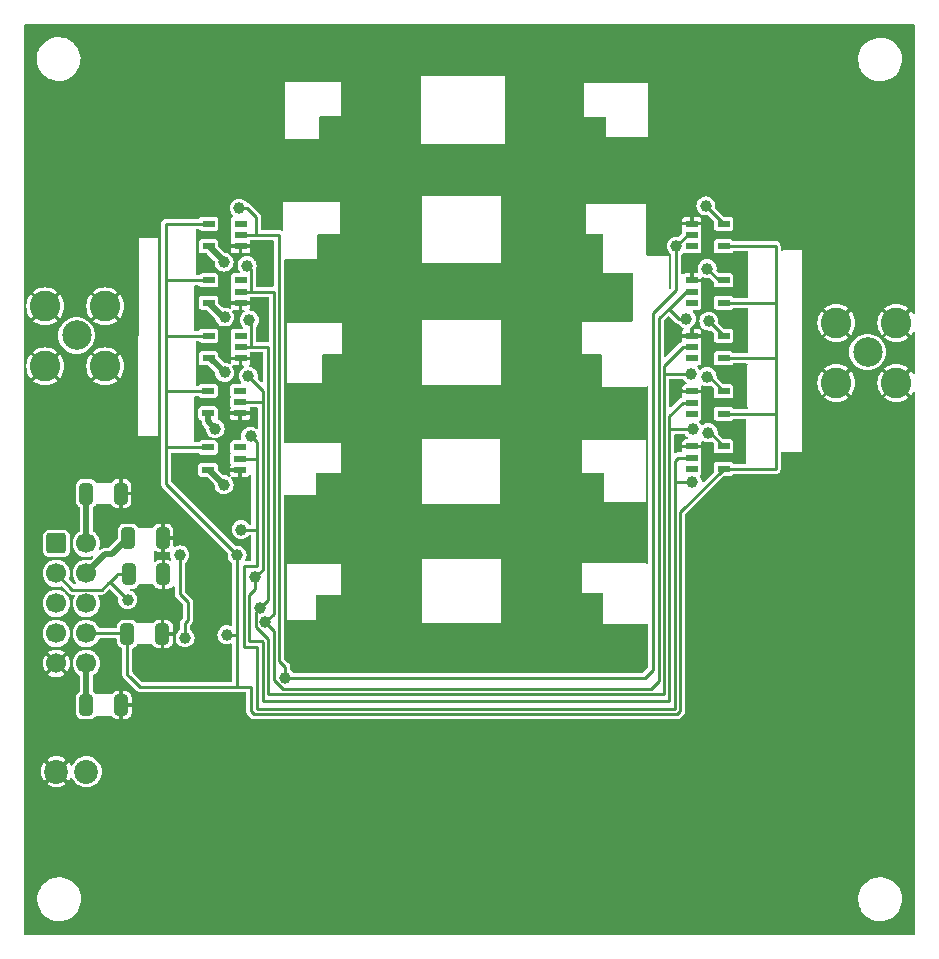
<source format=gbl>
G04 #@! TF.GenerationSoftware,KiCad,Pcbnew,7.0.10*
G04 #@! TF.CreationDate,2024-02-19T16:33:24-05:00*
G04 #@! TF.ProjectId,sdt_lpf,7364745f-6c70-4662-9e6b-696361645f70,rev?*
G04 #@! TF.SameCoordinates,PX62de0f0PY8af5bb0*
G04 #@! TF.FileFunction,Copper,L2,Bot*
G04 #@! TF.FilePolarity,Positive*
%FSLAX46Y46*%
G04 Gerber Fmt 4.6, Leading zero omitted, Abs format (unit mm)*
G04 Created by KiCad (PCBNEW 7.0.10) date 2024-02-19 16:33:24*
%MOMM*%
%LPD*%
G01*
G04 APERTURE LIST*
G04 Aperture macros list*
%AMRoundRect*
0 Rectangle with rounded corners*
0 $1 Rounding radius*
0 $2 $3 $4 $5 $6 $7 $8 $9 X,Y pos of 4 corners*
0 Add a 4 corners polygon primitive as box body*
4,1,4,$2,$3,$4,$5,$6,$7,$8,$9,$2,$3,0*
0 Add four circle primitives for the rounded corners*
1,1,$1+$1,$2,$3*
1,1,$1+$1,$4,$5*
1,1,$1+$1,$6,$7*
1,1,$1+$1,$8,$9*
0 Add four rect primitives between the rounded corners*
20,1,$1+$1,$2,$3,$4,$5,0*
20,1,$1+$1,$4,$5,$6,$7,0*
20,1,$1+$1,$6,$7,$8,$9,0*
20,1,$1+$1,$8,$9,$2,$3,0*%
G04 Aperture macros list end*
G04 #@! TA.AperFunction,ComponentPad*
%ADD10C,2.020000*%
G04 #@! TD*
G04 #@! TA.AperFunction,ComponentPad*
%ADD11C,2.600000*%
G04 #@! TD*
G04 #@! TA.AperFunction,ComponentPad*
%ADD12C,2.500000*%
G04 #@! TD*
G04 #@! TA.AperFunction,ComponentPad*
%ADD13RoundRect,0.250000X-0.600000X-0.600000X0.600000X-0.600000X0.600000X0.600000X-0.600000X0.600000X0*%
G04 #@! TD*
G04 #@! TA.AperFunction,ComponentPad*
%ADD14C,1.700000*%
G04 #@! TD*
G04 #@! TA.AperFunction,SMDPad,CuDef*
%ADD15R,1.050000X0.600000*%
G04 #@! TD*
G04 #@! TA.AperFunction,SMDPad,CuDef*
%ADD16RoundRect,0.250000X0.325000X0.650000X-0.325000X0.650000X-0.325000X-0.650000X0.325000X-0.650000X0*%
G04 #@! TD*
G04 #@! TA.AperFunction,ViaPad*
%ADD17C,1.000000*%
G04 #@! TD*
G04 #@! TA.AperFunction,Conductor*
%ADD18C,0.500000*%
G04 #@! TD*
G04 #@! TA.AperFunction,Conductor*
%ADD19C,0.250000*%
G04 #@! TD*
G04 APERTURE END LIST*
D10*
X2300000Y10800000D03*
X-240000Y10800000D03*
D11*
X-1180000Y50200000D03*
X-1180000Y45120000D03*
X3900000Y50200000D03*
X3900000Y45120000D03*
D12*
X1460000Y47735000D03*
D13*
X-250000Y30130000D03*
D14*
X2290000Y30130000D03*
X-250000Y27590000D03*
X2290000Y27590000D03*
X-250000Y25050000D03*
X2290000Y25050000D03*
X-250000Y22510000D03*
X2290000Y22510000D03*
X-250000Y19970000D03*
X2290000Y19970000D03*
D11*
X65800000Y48800000D03*
X65800000Y43720000D03*
X70880000Y48800000D03*
X70880000Y43720000D03*
D12*
X68440000Y46335000D03*
D15*
X15350000Y47700000D03*
X15350000Y46750000D03*
X15350000Y45800000D03*
X12650000Y45800000D03*
X12650000Y47700000D03*
X15350000Y57200000D03*
X15350000Y56250000D03*
X15350000Y55300000D03*
X12650000Y55300000D03*
X12650000Y57200000D03*
D16*
X8725000Y22450000D03*
X5775000Y22450000D03*
D15*
X15300000Y43050000D03*
X15300000Y42100000D03*
X15300000Y41150000D03*
X12600000Y41150000D03*
X12600000Y43050000D03*
X53550000Y55300000D03*
X53550000Y56250000D03*
X53550000Y57200000D03*
X56250000Y57200000D03*
X56250000Y55300000D03*
X53550000Y41100000D03*
X53550000Y42050000D03*
X53550000Y43000000D03*
X56250000Y43000000D03*
X56250000Y41100000D03*
X15300000Y38250000D03*
X15300000Y37300000D03*
X15300000Y36350000D03*
X12600000Y36350000D03*
X12600000Y38250000D03*
X15350000Y52400000D03*
X15350000Y51450000D03*
X15350000Y50500000D03*
X12650000Y50500000D03*
X12650000Y52400000D03*
D16*
X8825000Y27500000D03*
X5875000Y27500000D03*
X5250000Y16450000D03*
X2300000Y16450000D03*
D15*
X53550000Y45800000D03*
X53550000Y46750000D03*
X53550000Y47700000D03*
X56250000Y47700000D03*
X56250000Y45800000D03*
X53550000Y36450000D03*
X53550000Y37400000D03*
X53550000Y38350000D03*
X56250000Y38350000D03*
X56250000Y36450000D03*
D16*
X8775000Y30600000D03*
X5825000Y30600000D03*
D15*
X53550000Y50500000D03*
X53550000Y51450000D03*
X53550000Y52400000D03*
X56250000Y52400000D03*
X56250000Y50500000D03*
D16*
X5225000Y34350000D03*
X2275000Y34350000D03*
D17*
X47500000Y40400000D03*
X20300000Y40600000D03*
X-2200000Y57550000D03*
X-1850000Y26300000D03*
X19900000Y-1550000D03*
X52300000Y43150000D03*
X3220000Y39100000D03*
X4250000Y24250000D03*
X61910000Y55640000D03*
X36900000Y21900000D03*
X45750000Y22000000D03*
X11050000Y37100000D03*
X34200000Y73300000D03*
X57750000Y42550000D03*
X34100000Y30400000D03*
X13700000Y58550000D03*
X34150000Y-1750000D03*
X37250000Y42350000D03*
X6950000Y34350000D03*
X7075000Y16450000D03*
X63150000Y-2050000D03*
X61925000Y37200000D03*
X37050000Y32250000D03*
X5950000Y73150000D03*
X16850000Y50300000D03*
X47800000Y30300000D03*
X48200000Y60950000D03*
X7850000Y38575000D03*
X20300000Y61000000D03*
X71200000Y25200000D03*
X7400000Y19250000D03*
X57750000Y47000000D03*
X37150000Y52450000D03*
X56500000Y39750000D03*
X15000000Y16750000D03*
X12400000Y44400000D03*
X31650000Y22000000D03*
X15400000Y32850000D03*
X31750000Y32300000D03*
X55650000Y34100000D03*
X56550000Y49150000D03*
X20000000Y73300000D03*
X57750000Y51700000D03*
X20300000Y30500000D03*
X56450000Y53850000D03*
X19900000Y29000000D03*
X50470000Y66660000D03*
X53600000Y14500000D03*
X6200000Y-1700000D03*
X45450000Y32300000D03*
X22400000Y32250000D03*
X12350000Y49080000D03*
X34000000Y50550000D03*
X14825000Y39825000D03*
X33600000Y14250000D03*
X34200000Y60700000D03*
X10350000Y32000000D03*
X16900000Y55100000D03*
X47950000Y49500000D03*
X45700000Y51950000D03*
X9950000Y24400000D03*
X9725000Y58125000D03*
X12250000Y30350000D03*
X37450000Y62750000D03*
X53025000Y58975000D03*
X15500000Y34850000D03*
X22300000Y62650000D03*
X49600000Y-1700000D03*
X70950000Y64350000D03*
X16750000Y45800000D03*
X71100000Y34500000D03*
X54050000Y25350000D03*
X63000000Y73150000D03*
X57750000Y56500000D03*
X50450000Y55350000D03*
X71100000Y6700000D03*
X44350000Y42300000D03*
X31200000Y62750000D03*
X31600000Y42350000D03*
X-1850000Y33100000D03*
X18430000Y65510000D03*
X20100000Y50750000D03*
X22400000Y42300000D03*
X70900000Y57000000D03*
X52200000Y48200000D03*
X56400000Y44450000D03*
X6100000Y56100000D03*
X12200000Y33750000D03*
X71100000Y16150000D03*
X47800000Y20250000D03*
X22100000Y22150000D03*
X48400000Y73200000D03*
X4500000Y18425000D03*
X31500000Y52550000D03*
X20100000Y20550000D03*
X57650000Y37600000D03*
X13600000Y19950000D03*
X46250000Y62650000D03*
X-2000000Y5350000D03*
X12150000Y53840000D03*
X34100000Y20250000D03*
X22050000Y52450000D03*
X-2050000Y64750000D03*
X34100000Y40400000D03*
X13950000Y53950000D03*
X15400000Y31300000D03*
X16200000Y39200000D03*
X53600000Y35300000D03*
X16000000Y44300000D03*
X16600000Y27250000D03*
X53650000Y39800000D03*
X16100000Y49050000D03*
X53450000Y44500000D03*
X5800000Y25350000D03*
X17000000Y24650000D03*
X15250000Y58500000D03*
X19150000Y18750000D03*
X10650000Y22150000D03*
X52250000Y55300000D03*
X10191636Y29158364D03*
X14000000Y49300000D03*
X17450000Y23450000D03*
X15900000Y53650000D03*
X53100000Y49150000D03*
X14000000Y44600000D03*
X54750000Y58700000D03*
X54850000Y53400000D03*
X15050000Y29150000D03*
X14200000Y22400000D03*
X13950000Y35100000D03*
X13200000Y39850000D03*
X54950000Y39500000D03*
X55000000Y48950000D03*
X54850000Y44250000D03*
D18*
X13950000Y54000000D02*
X12650000Y55300000D01*
X13950000Y53950000D02*
X13950000Y54000000D01*
D19*
X16700000Y31300000D02*
X16700000Y37300000D01*
X16700000Y21350000D02*
X16700000Y16100000D01*
X16700000Y31300000D02*
X15400000Y31300000D01*
X15650000Y28200000D02*
X15650000Y21350000D01*
X52100000Y37100000D02*
X52100000Y35300000D01*
X16700000Y38700000D02*
X16200000Y39200000D01*
X16700000Y16100000D02*
X52100000Y16100000D01*
X16700000Y28200000D02*
X15650000Y28200000D01*
X16700000Y37300000D02*
X16700000Y38700000D01*
X52100000Y16100000D02*
X52100000Y35300000D01*
X15650000Y21350000D02*
X16700000Y21350000D01*
X15300000Y37300000D02*
X16700000Y37300000D01*
X53600000Y35300000D02*
X52100000Y35300000D01*
X52400000Y37400000D02*
X52100000Y37100000D01*
X53550000Y37400000D02*
X52400000Y37400000D01*
X16700000Y31300000D02*
X16700000Y28200000D01*
X16100000Y21850000D02*
X17200000Y21850000D01*
X17250000Y40675000D02*
X17250000Y28150000D01*
X17250000Y21800000D02*
X17250000Y16800000D01*
X51650000Y40925000D02*
X51650000Y39800000D01*
D18*
X2290000Y30130000D02*
X2290000Y34335000D01*
D19*
X53650000Y39800000D02*
X51650000Y39800000D01*
X17250000Y16800000D02*
X51600000Y16800000D01*
X52775000Y42050000D02*
X53550000Y42050000D01*
X16600000Y27250000D02*
X16600000Y26250000D01*
X2290000Y34335000D02*
X2275000Y34350000D01*
X15300000Y42100000D02*
X17250000Y42100000D01*
X16600000Y27250000D02*
X17250000Y27900000D01*
X16600000Y26250000D02*
X16100000Y25750000D01*
X17200000Y21850000D02*
X17250000Y21800000D01*
X17250000Y43050000D02*
X17250000Y42100000D01*
X51650000Y40925000D02*
X52775000Y42050000D01*
X16100000Y25750000D02*
X16100000Y21850000D01*
X51650000Y16850000D02*
X51600000Y16800000D01*
X17250000Y27900000D02*
X17250000Y28150000D01*
X16000000Y44300000D02*
X17250000Y43050000D01*
X51650000Y39800000D02*
X51650000Y16850000D01*
X17250000Y42100000D02*
X17250000Y40675000D01*
X17700000Y26000000D02*
X17700000Y46700000D01*
X52775000Y46750000D02*
X51200000Y45175000D01*
X17700000Y46700000D02*
X17650000Y46750000D01*
X51200000Y17400000D02*
X51150000Y17350000D01*
X16200000Y46825000D02*
X16125000Y46750000D01*
X4262500Y26887500D02*
X4162500Y26787500D01*
X5875000Y27500000D02*
X4850000Y27500000D01*
X5800000Y25350000D02*
X4262500Y26887500D01*
X17700000Y22000000D02*
X17700000Y21850000D01*
X1115000Y26225000D02*
X-250000Y27590000D01*
X17700000Y25350000D02*
X17700000Y26000000D01*
X17000000Y24650000D02*
X16625000Y24275000D01*
X17000000Y24650000D02*
X17700000Y25350000D01*
X51250000Y44500000D02*
X51200000Y44550000D01*
X3600000Y26225000D02*
X1115000Y26225000D01*
X4162500Y26787500D02*
X3600000Y26225000D01*
X53450000Y44500000D02*
X51250000Y44500000D01*
X4850000Y27500000D02*
X4850000Y27475000D01*
X16100000Y49050000D02*
X16200000Y48950000D01*
X17700000Y17350000D02*
X17700000Y21850000D01*
X16125000Y46750000D02*
X15350000Y46750000D01*
X16200000Y48950000D02*
X16200000Y46825000D01*
X4850000Y27475000D02*
X4262500Y26887500D01*
X16625000Y23075000D02*
X17700000Y22000000D01*
X51200000Y45175000D02*
X51200000Y44550000D01*
X17650000Y46750000D02*
X15350000Y46750000D01*
X16625000Y24275000D02*
X16625000Y23075000D01*
X51150000Y17350000D02*
X17700000Y17350000D01*
X51200000Y44550000D02*
X51200000Y17400000D01*
X53550000Y46750000D02*
X52775000Y46750000D01*
X16650000Y57750000D02*
X16650000Y56250000D01*
X15350000Y56250000D02*
X16125000Y56250000D01*
X50300000Y49650000D02*
X52250000Y51600000D01*
X16650000Y56250000D02*
X18600000Y56250000D01*
X10900000Y23650000D02*
X10900000Y25150000D01*
X19150000Y18750000D02*
X49600000Y18750000D01*
X53550000Y56250000D02*
X53175000Y56250000D01*
X10900000Y25150000D02*
X10191636Y25858364D01*
X16125000Y56250000D02*
X16650000Y56250000D01*
X15250000Y58500000D02*
X15900000Y58500000D01*
X10191636Y25858364D02*
X10191636Y28191636D01*
X52250000Y51600000D02*
X52250000Y55300000D01*
X10650000Y23400000D02*
X10900000Y23650000D01*
X18600000Y56250000D02*
X18600000Y20200000D01*
X19150000Y19650000D02*
X18600000Y20200000D01*
X10650000Y22150000D02*
X10650000Y23400000D01*
X49600000Y18750000D02*
X50300000Y19450000D01*
X53200000Y56250000D02*
X52250000Y55300000D01*
X19150000Y18750000D02*
X19150000Y19650000D01*
X53550000Y56250000D02*
X53200000Y56250000D01*
X15900000Y58500000D02*
X16650000Y57750000D01*
X10191636Y28191636D02*
X10191636Y29158364D01*
X50300000Y19450000D02*
X50300000Y49650000D01*
D18*
X2290000Y19970000D02*
X2290000Y16460000D01*
X2290000Y16460000D02*
X2300000Y16450000D01*
X14000000Y49300000D02*
X13850000Y49300000D01*
X13850000Y49300000D02*
X12650000Y50500000D01*
D19*
X52450000Y49150000D02*
X51587500Y50012500D01*
D18*
X5825000Y30600000D02*
X4425000Y29200000D01*
X4425000Y29200000D02*
X3900000Y29200000D01*
D19*
X18933273Y17800000D02*
X50100000Y17800000D01*
X16150000Y51450000D02*
X18150000Y51450000D01*
X15350000Y51450000D02*
X16150000Y51450000D01*
X50750000Y49175000D02*
X51587500Y50012500D01*
X17450000Y23450000D02*
X18150000Y22750000D01*
X17450000Y23450000D02*
X18150000Y24150000D01*
X15900000Y53650000D02*
X16200000Y53350000D01*
X50100000Y17800000D02*
X50750000Y18450000D01*
X18150000Y18583273D02*
X18933273Y17800000D01*
X16200000Y53350000D02*
X16200000Y51500000D01*
X16200000Y51500000D02*
X16150000Y51450000D01*
X18150000Y51450000D02*
X18150000Y24150000D01*
X53550000Y51450000D02*
X53025000Y51450000D01*
X53025000Y51450000D02*
X51587500Y50012500D01*
X53100000Y49150000D02*
X52450000Y49150000D01*
X50750000Y18450000D02*
X50750000Y49175000D01*
D18*
X2290000Y27590000D02*
X3900000Y29200000D01*
D19*
X18150000Y22750000D02*
X18150000Y18583273D01*
D18*
X12800000Y45800000D02*
X14000000Y44600000D01*
X12650000Y45800000D02*
X12800000Y45800000D01*
D19*
X56250000Y57200000D02*
X54750000Y58700000D01*
X56250000Y52400000D02*
X55850000Y52400000D01*
X55850000Y52400000D02*
X54850000Y53400000D01*
X6800000Y18000000D02*
X15050000Y18000000D01*
X5775000Y22450000D02*
X5775000Y19025000D01*
X52550000Y15913604D02*
X52550000Y32750000D01*
X5775000Y19025000D02*
X5970000Y18830000D01*
X60650000Y55300000D02*
X56250000Y55300000D01*
X60650000Y45800000D02*
X60650000Y41100000D01*
X5715000Y22510000D02*
X5775000Y22450000D01*
X9050000Y52400000D02*
X9050000Y47700000D01*
X9050000Y38250000D02*
X12600000Y38250000D01*
X9050000Y43050000D02*
X11050000Y43050000D01*
X16250000Y15913604D02*
X16513604Y15650000D01*
X15050000Y22400000D02*
X15050000Y18000000D01*
X11050000Y43050000D02*
X12600000Y43050000D01*
X15050000Y29150000D02*
X9050000Y35150000D01*
X52550000Y32750000D02*
X56250000Y36450000D01*
X60650000Y50500000D02*
X60650000Y55300000D01*
X52286396Y15650000D02*
X52550000Y15913604D01*
X60650000Y41100000D02*
X56250000Y41100000D01*
X9050000Y43050000D02*
X9050000Y38250000D01*
X2290000Y22510000D02*
X5715000Y22510000D01*
X56250000Y36450000D02*
X60650000Y36450000D01*
X14200000Y22400000D02*
X15050000Y22400000D01*
X12650000Y57200000D02*
X9050000Y57200000D01*
X16513604Y15650000D02*
X52286396Y15650000D01*
X57550000Y45800000D02*
X60650000Y45800000D01*
X57550000Y45800000D02*
X56250000Y45800000D01*
X57550000Y50500000D02*
X56250000Y50500000D01*
X60650000Y50500000D02*
X57550000Y50500000D01*
X5970000Y18830000D02*
X6800000Y18000000D01*
X15050000Y29150000D02*
X15050000Y22400000D01*
X9050000Y35150000D02*
X9050000Y38250000D01*
X9050000Y52400000D02*
X12650000Y52400000D01*
X9050000Y57200000D02*
X9050000Y52400000D01*
X11050000Y47700000D02*
X12650000Y47700000D01*
X60650000Y45800000D02*
X60650000Y50500000D01*
X60650000Y36450000D02*
X60650000Y41100000D01*
X9050000Y47700000D02*
X11050000Y47700000D01*
X15050000Y18000000D02*
X16250000Y18000000D01*
X9050000Y47700000D02*
X9050000Y43050000D01*
X16250000Y18000000D02*
X16250000Y15913604D01*
D18*
X12600000Y36350000D02*
X12700000Y36350000D01*
X12700000Y36350000D02*
X13950000Y35100000D01*
X13200000Y39850000D02*
X12600000Y40450000D01*
X12600000Y40450000D02*
X12600000Y41150000D01*
D19*
X55100000Y39500000D02*
X56250000Y38350000D01*
X54800000Y39500000D02*
X55100000Y39500000D01*
X56250000Y47700000D02*
X55000000Y48950000D01*
X55000000Y44250000D02*
X56250000Y43000000D01*
X54850000Y44250000D02*
X55000000Y44250000D01*
G04 #@! TA.AperFunction,Conductor*
G36*
X72408691Y74080593D02*
G01*
X72444655Y74031093D01*
X72449500Y74000500D01*
X72449500Y49652047D01*
X72430593Y49593856D01*
X72381093Y49557892D01*
X72319907Y49557892D01*
X72270407Y49593856D01*
X72266089Y49600320D01*
X72178432Y49743363D01*
X72178428Y49743368D01*
X72112588Y49820457D01*
X71542089Y49249959D01*
X71509423Y49301948D01*
X71381948Y49429423D01*
X71329956Y49462092D01*
X71900455Y50032590D01*
X71823367Y50098429D01*
X71823362Y50098433D01*
X71608640Y50230015D01*
X71608628Y50230021D01*
X71375957Y50326396D01*
X71375958Y50326396D01*
X71131067Y50385189D01*
X70880000Y50404948D01*
X70628932Y50385189D01*
X70384042Y50326396D01*
X70151371Y50230021D01*
X70151359Y50230015D01*
X69936637Y50098433D01*
X69936633Y50098430D01*
X69859543Y50032590D01*
X70430042Y49462091D01*
X70378052Y49429423D01*
X70250577Y49301948D01*
X70217909Y49249958D01*
X69647410Y49820457D01*
X69581570Y49743367D01*
X69581567Y49743363D01*
X69449985Y49528641D01*
X69449979Y49528629D01*
X69353604Y49295958D01*
X69294811Y49051068D01*
X69275052Y48800000D01*
X69294811Y48548933D01*
X69353604Y48304043D01*
X69449979Y48071372D01*
X69449985Y48071360D01*
X69581567Y47856638D01*
X69581571Y47856633D01*
X69647410Y47779545D01*
X70217908Y48350044D01*
X70250577Y48298052D01*
X70378052Y48170577D01*
X70430041Y48137911D01*
X69859543Y47567412D01*
X69936632Y47501572D01*
X69936637Y47501568D01*
X70151359Y47369986D01*
X70151371Y47369980D01*
X70384042Y47273605D01*
X70384041Y47273605D01*
X70628932Y47214812D01*
X70880000Y47195053D01*
X71131067Y47214812D01*
X71375957Y47273605D01*
X71608628Y47369980D01*
X71608640Y47369986D01*
X71823357Y47501565D01*
X71823370Y47501575D01*
X71900455Y47567412D01*
X71329957Y48137910D01*
X71381948Y48170577D01*
X71509423Y48298052D01*
X71542090Y48350043D01*
X72112588Y47779545D01*
X72178425Y47856630D01*
X72178435Y47856643D01*
X72266089Y47999681D01*
X72312614Y48039418D01*
X72373611Y48044219D01*
X72425780Y48012249D01*
X72449195Y47955722D01*
X72449500Y47947954D01*
X72449500Y44572047D01*
X72430593Y44513856D01*
X72381093Y44477892D01*
X72319907Y44477892D01*
X72270407Y44513856D01*
X72266089Y44520320D01*
X72178432Y44663363D01*
X72178428Y44663368D01*
X72112588Y44740457D01*
X71542089Y44169959D01*
X71509423Y44221948D01*
X71381948Y44349423D01*
X71329956Y44382092D01*
X71900455Y44952590D01*
X71823367Y45018429D01*
X71823362Y45018433D01*
X71608640Y45150015D01*
X71608628Y45150021D01*
X71375957Y45246396D01*
X71375958Y45246396D01*
X71131067Y45305189D01*
X70880000Y45324948D01*
X70628932Y45305189D01*
X70384042Y45246396D01*
X70151371Y45150021D01*
X70151359Y45150015D01*
X69936637Y45018433D01*
X69936633Y45018430D01*
X69859543Y44952590D01*
X70430042Y44382091D01*
X70378052Y44349423D01*
X70250577Y44221948D01*
X70217909Y44169958D01*
X69647410Y44740457D01*
X69581570Y44663367D01*
X69581567Y44663363D01*
X69449985Y44448641D01*
X69449979Y44448629D01*
X69353604Y44215958D01*
X69294811Y43971068D01*
X69275052Y43720000D01*
X69294811Y43468933D01*
X69353604Y43224043D01*
X69449979Y42991372D01*
X69449985Y42991360D01*
X69581567Y42776638D01*
X69581571Y42776633D01*
X69647410Y42699545D01*
X70217908Y43270044D01*
X70250577Y43218052D01*
X70378052Y43090577D01*
X70430041Y43057911D01*
X69859543Y42487412D01*
X69936632Y42421572D01*
X69936637Y42421568D01*
X70151359Y42289986D01*
X70151371Y42289980D01*
X70384042Y42193605D01*
X70384041Y42193605D01*
X70628932Y42134812D01*
X70880000Y42115053D01*
X71131067Y42134812D01*
X71375957Y42193605D01*
X71608628Y42289980D01*
X71608640Y42289986D01*
X71823357Y42421565D01*
X71823370Y42421575D01*
X71900455Y42487412D01*
X71329957Y43057910D01*
X71381948Y43090577D01*
X71509423Y43218052D01*
X71542090Y43270043D01*
X72112588Y42699545D01*
X72178425Y42776630D01*
X72178435Y42776643D01*
X72266089Y42919681D01*
X72312614Y42959418D01*
X72373611Y42964219D01*
X72425780Y42932249D01*
X72449195Y42875722D01*
X72449500Y42867954D01*
X72449500Y-2900500D01*
X72430593Y-2958691D01*
X72381093Y-2994655D01*
X72350500Y-2999500D01*
X-2900500Y-2999500D01*
X-2958691Y-2980593D01*
X-2994655Y-2931093D01*
X-2999500Y-2900500D01*
X-2999500Y-67765D01*
X-1854212Y-67765D01*
X-1824586Y-337020D01*
X-1790003Y-469301D01*
X-1756072Y-599088D01*
X-1650130Y-848390D01*
X-1578001Y-966577D01*
X-1509017Y-1079612D01*
X-1419748Y-1186880D01*
X-1335745Y-1287820D01*
X-1134002Y-1468582D01*
X-911376Y-1615870D01*
X-908087Y-1618046D01*
X-775900Y-1680012D01*
X-662824Y-1733020D01*
X-517372Y-1776780D01*
X-403445Y-1811056D01*
X-403441Y-1811057D01*
X-403431Y-1811060D01*
X-236160Y-1835677D01*
X-135440Y-1850500D01*
X-135439Y-1850500D01*
X67631Y-1850500D01*
X270156Y-1835677D01*
X534553Y-1776780D01*
X787558Y-1680014D01*
X1023777Y-1547441D01*
X1238177Y-1381888D01*
X1426186Y-1186881D01*
X1583799Y-966579D01*
X1707656Y-725675D01*
X1795118Y-469305D01*
X1844319Y-202933D01*
X1849259Y-67765D01*
X67645788Y-67765D01*
X67675414Y-337020D01*
X67709997Y-469301D01*
X67743928Y-599088D01*
X67849870Y-848390D01*
X67921999Y-966577D01*
X67990983Y-1079612D01*
X68080252Y-1186880D01*
X68164255Y-1287820D01*
X68365998Y-1468582D01*
X68588624Y-1615870D01*
X68591913Y-1618046D01*
X68724100Y-1680012D01*
X68837176Y-1733020D01*
X68982628Y-1776780D01*
X69096555Y-1811056D01*
X69096559Y-1811057D01*
X69096569Y-1811060D01*
X69263840Y-1835677D01*
X69364560Y-1850500D01*
X69364561Y-1850500D01*
X69567631Y-1850500D01*
X69770156Y-1835677D01*
X70034553Y-1776780D01*
X70287558Y-1680014D01*
X70523777Y-1547441D01*
X70738177Y-1381888D01*
X70926186Y-1186881D01*
X71083799Y-966579D01*
X71207656Y-725675D01*
X71295118Y-469305D01*
X71344319Y-202933D01*
X71354212Y67765D01*
X71324586Y337018D01*
X71256072Y599088D01*
X71150130Y848390D01*
X71009018Y1079610D01*
X70835745Y1287820D01*
X70730754Y1381892D01*
X70634007Y1468578D01*
X70634004Y1468580D01*
X70634002Y1468582D01*
X70484489Y1567499D01*
X70408086Y1618047D01*
X70162822Y1733021D01*
X69903444Y1811057D01*
X69903428Y1811061D01*
X69635440Y1850500D01*
X69635439Y1850500D01*
X69432369Y1850500D01*
X69229848Y1835678D01*
X68965450Y1776781D01*
X68712439Y1680013D01*
X68476219Y1547439D01*
X68261826Y1381892D01*
X68073814Y1186881D01*
X67916199Y966578D01*
X67792342Y725672D01*
X67704884Y469313D01*
X67704881Y469302D01*
X67655680Y202931D01*
X67645788Y-67765D01*
X1849259Y-67765D01*
X1854212Y67765D01*
X1824586Y337018D01*
X1756072Y599088D01*
X1650130Y848390D01*
X1509018Y1079610D01*
X1335745Y1287820D01*
X1230754Y1381892D01*
X1134007Y1468578D01*
X1134004Y1468580D01*
X1134002Y1468582D01*
X984489Y1567499D01*
X908086Y1618047D01*
X662822Y1733021D01*
X403444Y1811057D01*
X403428Y1811061D01*
X135440Y1850500D01*
X135439Y1850500D01*
X-67631Y1850500D01*
X-270152Y1835678D01*
X-534550Y1776781D01*
X-787561Y1680013D01*
X-1023781Y1547439D01*
X-1238174Y1381892D01*
X-1426186Y1186881D01*
X-1583801Y966578D01*
X-1707658Y725672D01*
X-1795116Y469313D01*
X-1795119Y469302D01*
X-1844320Y202931D01*
X-1854212Y-67765D01*
X-2999500Y-67765D01*
X-2999500Y10799997D01*
X-1555004Y10799997D01*
X-1535028Y10571660D01*
X-1475699Y10350238D01*
X-1378833Y10142508D01*
X-1378829Y10142501D01*
X-1267965Y9984170D01*
X-692052Y10560084D01*
X-629395Y10462587D01*
X-518562Y10366549D01*
X-479266Y10348604D01*
X-1055832Y9772037D01*
X-897500Y9661172D01*
X-897493Y9661168D01*
X-689762Y9564302D01*
X-689763Y9564302D01*
X-468341Y9504973D01*
X-240003Y9484996D01*
X-239997Y9484996D01*
X-11660Y9504973D01*
X209762Y9564302D01*
X417493Y9661169D01*
X417503Y9661174D01*
X575830Y9772037D01*
X-736Y10348603D01*
X38562Y10366549D01*
X149395Y10462587D01*
X212051Y10560082D01*
X787963Y9984170D01*
X898826Y10142497D01*
X898826Y10142498D01*
X939999Y10230793D01*
X981727Y10275541D01*
X1041789Y10287216D01*
X1097241Y10261358D01*
X1119449Y10230793D01*
X1160619Y10142501D01*
X1160738Y10142247D01*
X1292264Y9954409D01*
X1454409Y9792264D01*
X1642247Y9660738D01*
X1850070Y9563829D01*
X2071565Y9504479D01*
X2071569Y9504479D01*
X2071572Y9504478D01*
X2299997Y9484494D01*
X2300000Y9484494D01*
X2300003Y9484494D01*
X2528427Y9504478D01*
X2528428Y9504479D01*
X2528435Y9504479D01*
X2749930Y9563829D01*
X2957753Y9660738D01*
X3145591Y9792264D01*
X3307736Y9954409D01*
X3439262Y10142247D01*
X3536171Y10350070D01*
X3595521Y10571565D01*
X3595530Y10571660D01*
X3615506Y10799997D01*
X3615506Y10800004D01*
X3595522Y11028428D01*
X3595521Y11028431D01*
X3595521Y11028435D01*
X3536171Y11249930D01*
X3439262Y11457753D01*
X3307736Y11645591D01*
X3145591Y11807736D01*
X3145587Y11807739D01*
X3145586Y11807740D01*
X2958371Y11938829D01*
X2957753Y11939262D01*
X2749930Y12036171D01*
X2528435Y12095521D01*
X2528434Y12095522D01*
X2528427Y12095523D01*
X2300003Y12115506D01*
X2299997Y12115506D01*
X2071572Y12095523D01*
X2071565Y12095521D01*
X1850070Y12036171D01*
X1753162Y11990983D01*
X1642248Y11939263D01*
X1454413Y11807740D01*
X1292260Y11645587D01*
X1160737Y11457752D01*
X1119449Y11369208D01*
X1077720Y11324460D01*
X1017659Y11312785D01*
X962206Y11338643D01*
X939999Y11369208D01*
X898827Y11457501D01*
X787963Y11615832D01*
X212050Y11039920D01*
X149395Y11137413D01*
X38562Y11233451D01*
X-737Y11251399D01*
X575830Y11827965D01*
X417499Y11938829D01*
X417492Y11938833D01*
X209761Y12035699D01*
X209762Y12035699D01*
X-11660Y12095028D01*
X-239997Y12115004D01*
X-240003Y12115004D01*
X-468341Y12095028D01*
X-689763Y12035699D01*
X-897493Y11938833D01*
X-897500Y11938829D01*
X-1055832Y11827965D01*
X-479265Y11251398D01*
X-518562Y11233451D01*
X-629395Y11137413D01*
X-692052Y11039919D01*
X-1267965Y11615832D01*
X-1378829Y11457500D01*
X-1378833Y11457493D01*
X-1475699Y11249763D01*
X-1535028Y11028341D01*
X-1555004Y10800004D01*
X-1555004Y10799997D01*
X-2999500Y10799997D01*
X-2999500Y19970000D01*
X-1404927Y19970000D01*
X-1385262Y19757784D01*
X-1326936Y19552790D01*
X-1231941Y19362013D01*
X-1231932Y19361998D01*
X-1162319Y19269817D01*
X-694817Y19737319D01*
X-631761Y19639202D01*
X-523100Y19545048D01*
X-481720Y19526150D01*
X-953073Y19054796D01*
X-945997Y19048347D01*
X-945995Y19048346D01*
X-764798Y18936154D01*
X-764796Y18936153D01*
X-566059Y18859162D01*
X-356563Y18820000D01*
X-143437Y18820000D01*
X66058Y18859162D01*
X264793Y18936153D01*
X446001Y19048351D01*
X453071Y19054796D01*
X-18283Y19526150D01*
X23100Y19545048D01*
X131761Y19639202D01*
X194815Y19737318D01*
X662316Y19269817D01*
X731937Y19362008D01*
X731942Y19362017D01*
X826935Y19552790D01*
X885261Y19757784D01*
X904926Y19970000D01*
X1134571Y19970000D01*
X1154227Y19757868D01*
X1154244Y19757690D01*
X1212595Y19552611D01*
X1307634Y19361745D01*
X1436128Y19191593D01*
X1436135Y19191587D01*
X1593692Y19047953D01*
X1593693Y19047953D01*
X1593698Y19047948D01*
X1692619Y18986699D01*
X1732138Y18939992D01*
X1739500Y18902529D01*
X1739500Y17661472D01*
X1720593Y17603281D01*
X1700320Y17582589D01*
X1582082Y17492926D01*
X1582075Y17492919D01*
X1490640Y17372344D01*
X1490637Y17372340D01*
X1435123Y17231566D01*
X1424500Y17143107D01*
X1424500Y15756894D01*
X1435123Y15668435D01*
X1490637Y15527661D01*
X1490638Y15527659D01*
X1490639Y15527658D01*
X1582078Y15407078D01*
X1702658Y15315639D01*
X1702659Y15315639D01*
X1702660Y15315638D01*
X1738580Y15301473D01*
X1843436Y15260123D01*
X1931898Y15249500D01*
X1931900Y15249500D01*
X2668100Y15249500D01*
X2668102Y15249500D01*
X2756564Y15260123D01*
X2897342Y15315639D01*
X3017922Y15407078D01*
X3096592Y15510820D01*
X3146818Y15545762D01*
X3175475Y15550000D01*
X4375152Y15550000D01*
X4433343Y15531093D01*
X4454036Y15510820D01*
X4532435Y15407436D01*
X4652904Y15316081D01*
X4793556Y15260614D01*
X4881935Y15250001D01*
X4881942Y15250000D01*
X5099999Y15250000D01*
X5100000Y15250001D01*
X5400000Y15250001D01*
X5400001Y15250000D01*
X5618058Y15250000D01*
X5618064Y15250001D01*
X5706443Y15260614D01*
X5847095Y15316081D01*
X5967564Y15407436D01*
X6058919Y15527905D01*
X6114386Y15668557D01*
X6124999Y15756936D01*
X6125000Y15756942D01*
X6125000Y16299999D01*
X6124999Y16300000D01*
X5400001Y16300000D01*
X5400000Y16299999D01*
X5400000Y15250001D01*
X5100000Y15250001D01*
X5100000Y16600001D01*
X5400000Y16600001D01*
X5400001Y16600000D01*
X6124999Y16600000D01*
X6125000Y16600001D01*
X6125000Y17143059D01*
X6124999Y17143065D01*
X6114386Y17231444D01*
X6058919Y17372096D01*
X5967564Y17492565D01*
X5847095Y17583920D01*
X5706443Y17639387D01*
X5618064Y17650000D01*
X5400001Y17650000D01*
X5400000Y17649999D01*
X5400000Y16600001D01*
X5100000Y16600001D01*
X5100000Y17649999D01*
X5099999Y17650000D01*
X4881935Y17650000D01*
X4793556Y17639387D01*
X4652904Y17583920D01*
X4532435Y17492565D01*
X4454036Y17389180D01*
X4403809Y17354238D01*
X4375152Y17350000D01*
X3175475Y17350000D01*
X3117284Y17368907D01*
X3096592Y17389180D01*
X3017922Y17492922D01*
X3010145Y17498820D01*
X2897340Y17584363D01*
X2891438Y17587681D01*
X2892996Y17590453D01*
X2855964Y17621027D01*
X2840500Y17674156D01*
X2840500Y18902529D01*
X2859407Y18960720D01*
X2887379Y18986698D01*
X2986302Y19047948D01*
X3143872Y19191593D01*
X3272366Y19361745D01*
X3367405Y19552611D01*
X3425756Y19757690D01*
X3445429Y19970000D01*
X3425756Y20182310D01*
X3367405Y20387389D01*
X3272366Y20578255D01*
X3143872Y20748407D01*
X2993812Y20885206D01*
X2986307Y20892048D01*
X2986300Y20892054D01*
X2805024Y21004295D01*
X2805019Y21004298D01*
X2606195Y21081322D01*
X2396610Y21120500D01*
X2183390Y21120500D01*
X1973804Y21081322D01*
X1774980Y21004298D01*
X1774975Y21004295D01*
X1593699Y20892054D01*
X1593692Y20892048D01*
X1436135Y20748414D01*
X1436131Y20748411D01*
X1436128Y20748407D01*
X1436125Y20748403D01*
X1307635Y20578257D01*
X1307630Y20578248D01*
X1212596Y20387392D01*
X1154244Y20182312D01*
X1134571Y19970000D01*
X904926Y19970000D01*
X885261Y20182217D01*
X826935Y20387211D01*
X731940Y20577988D01*
X731935Y20577997D01*
X662316Y20670185D01*
X194814Y20202684D01*
X131761Y20300798D01*
X23100Y20394952D01*
X-18284Y20413852D01*
X453071Y20885206D01*
X445996Y20891654D01*
X264797Y21003847D01*
X264795Y21003848D01*
X66058Y21080839D01*
X-143437Y21120000D01*
X-356563Y21120000D01*
X-566059Y21080839D01*
X-764796Y21003848D01*
X-764798Y21003847D01*
X-945998Y20891653D01*
X-953073Y20885206D01*
X-481718Y20413851D01*
X-523100Y20394952D01*
X-631761Y20300798D01*
X-694816Y20202683D01*
X-1162318Y20670185D01*
X-1231938Y20577993D01*
X-1231943Y20577984D01*
X-1326936Y20387211D01*
X-1385262Y20182217D01*
X-1404927Y19970000D01*
X-2999500Y19970000D01*
X-2999500Y22510000D01*
X-1405429Y22510000D01*
X-1385756Y22297689D01*
X-1363863Y22220745D01*
X-1327405Y22092611D01*
X-1232366Y21901745D01*
X-1103872Y21731593D01*
X-1103865Y21731587D01*
X-946308Y21587953D01*
X-946301Y21587947D01*
X-849334Y21527908D01*
X-765019Y21475702D01*
X-566198Y21398679D01*
X-356610Y21359500D01*
X-143390Y21359500D01*
X66198Y21398679D01*
X265019Y21475702D01*
X446302Y21587948D01*
X603872Y21731593D01*
X732366Y21901745D01*
X827405Y22092611D01*
X885756Y22297690D01*
X905429Y22510000D01*
X1134571Y22510000D01*
X1154244Y22297689D01*
X1176137Y22220745D01*
X1212595Y22092611D01*
X1307634Y21901745D01*
X1436128Y21731593D01*
X1436135Y21731587D01*
X1593692Y21587953D01*
X1593699Y21587947D01*
X1690666Y21527908D01*
X1774981Y21475702D01*
X1973802Y21398679D01*
X2183390Y21359500D01*
X2396610Y21359500D01*
X2606198Y21398679D01*
X2805019Y21475702D01*
X2986302Y21587948D01*
X3143872Y21731593D01*
X3272366Y21901745D01*
X3336043Y22029627D01*
X3378905Y22073290D01*
X3424664Y22084500D01*
X4800500Y22084500D01*
X4858691Y22065593D01*
X4894655Y22016093D01*
X4899500Y21985500D01*
X4899500Y21756894D01*
X4910123Y21668435D01*
X4965637Y21527661D01*
X4965638Y21527659D01*
X4965639Y21527658D01*
X5057078Y21407078D01*
X5177658Y21315639D01*
X5177659Y21315639D01*
X5177660Y21315638D01*
X5286819Y21272591D01*
X5334016Y21233655D01*
X5349500Y21180494D01*
X5349500Y19092393D01*
X5349500Y18957607D01*
X5355224Y18939992D01*
X5357569Y18932775D01*
X5361195Y18917671D01*
X5365281Y18891874D01*
X5365281Y18891873D01*
X5377135Y18868609D01*
X5383079Y18854259D01*
X5391150Y18829421D01*
X5391151Y18829419D01*
X5406497Y18808298D01*
X5414615Y18795050D01*
X5426470Y18771782D01*
X5426471Y18771780D01*
X5450445Y18747806D01*
X5450446Y18747806D01*
X6451472Y17746780D01*
X6451471Y17746780D01*
X6546778Y17651473D01*
X6546779Y17651473D01*
X6546780Y17651472D01*
X6570050Y17639616D01*
X6583284Y17631506D01*
X6604419Y17616151D01*
X6629253Y17608083D01*
X6643604Y17602138D01*
X6666536Y17590453D01*
X6666874Y17590281D01*
X6692666Y17586197D01*
X6707776Y17582569D01*
X6732607Y17574500D01*
X6766512Y17574500D01*
X15008721Y17574500D01*
X15024207Y17573282D01*
X15050000Y17569196D01*
X15075792Y17573282D01*
X15091279Y17574500D01*
X15725500Y17574500D01*
X15783691Y17555593D01*
X15819655Y17506093D01*
X15824500Y17475500D01*
X15824500Y15980997D01*
X15824500Y15846211D01*
X15832566Y15821388D01*
X15832569Y15821379D01*
X15836195Y15806275D01*
X15840281Y15780478D01*
X15840281Y15780477D01*
X15852135Y15757213D01*
X15858079Y15742863D01*
X15866150Y15718025D01*
X15881497Y15696902D01*
X15889615Y15683654D01*
X15901470Y15660386D01*
X15901471Y15660384D01*
X15925445Y15636410D01*
X15925446Y15636410D01*
X16165076Y15396780D01*
X16165075Y15396780D01*
X16260382Y15301473D01*
X16260383Y15301473D01*
X16260384Y15301472D01*
X16283654Y15289616D01*
X16296888Y15281506D01*
X16318023Y15266151D01*
X16342857Y15258083D01*
X16357208Y15252138D01*
X16380476Y15240282D01*
X16380478Y15240281D01*
X16406270Y15236197D01*
X16421379Y15232569D01*
X16446211Y15224500D01*
X52353790Y15224500D01*
X52363271Y15227582D01*
X52378618Y15232569D01*
X52393724Y15236197D01*
X52419522Y15240281D01*
X52442801Y15252144D01*
X52457134Y15258080D01*
X52481977Y15266151D01*
X52503103Y15281502D01*
X52516346Y15289617D01*
X52539616Y15301472D01*
X52634924Y15396780D01*
X52874553Y15636409D01*
X52874554Y15636410D01*
X52898528Y15660384D01*
X52910385Y15683657D01*
X52918494Y15696890D01*
X52933849Y15718023D01*
X52941920Y15742866D01*
X52947856Y15757199D01*
X52959719Y15780478D01*
X52963803Y15806276D01*
X52967431Y15821382D01*
X52975500Y15846211D01*
X52975500Y15980997D01*
X52975500Y32532746D01*
X52994407Y32590937D01*
X53004490Y32602744D01*
X56222251Y35820506D01*
X56276768Y35848282D01*
X56292255Y35849501D01*
X56819861Y35849501D01*
X56819864Y35849501D01*
X56844991Y35852415D01*
X56947765Y35897794D01*
X57027206Y35977235D01*
X57027206Y35977236D01*
X57027208Y35977237D01*
X57030094Y35981449D01*
X57078578Y36018771D01*
X57111768Y36024500D01*
X60608721Y36024500D01*
X60624207Y36023282D01*
X60650000Y36019196D01*
X60783126Y36040281D01*
X60903220Y36101472D01*
X60998528Y36196780D01*
X61059719Y36316874D01*
X61075500Y36416512D01*
X61080804Y36450000D01*
X61076719Y36475793D01*
X61075500Y36491280D01*
X61075500Y37785493D01*
X61094407Y37843684D01*
X61143907Y37879648D01*
X61205093Y37879648D01*
X61244504Y37855497D01*
X61250000Y37850001D01*
X61250000Y37850000D01*
X61250001Y37850000D01*
X62899999Y37850000D01*
X62900000Y37850000D01*
X62900000Y43720000D01*
X64195052Y43720000D01*
X64214811Y43468933D01*
X64273604Y43224043D01*
X64369979Y42991372D01*
X64369985Y42991360D01*
X64501567Y42776638D01*
X64501571Y42776633D01*
X64567410Y42699545D01*
X65137908Y43270044D01*
X65170577Y43218052D01*
X65298052Y43090577D01*
X65350041Y43057911D01*
X64779543Y42487412D01*
X64856632Y42421572D01*
X64856637Y42421568D01*
X65071359Y42289986D01*
X65071371Y42289980D01*
X65304042Y42193605D01*
X65304041Y42193605D01*
X65548932Y42134812D01*
X65800000Y42115053D01*
X66051067Y42134812D01*
X66295957Y42193605D01*
X66528628Y42289980D01*
X66528640Y42289986D01*
X66743357Y42421565D01*
X66743370Y42421575D01*
X66820455Y42487412D01*
X66249957Y43057910D01*
X66301948Y43090577D01*
X66429423Y43218052D01*
X66462090Y43270043D01*
X67032588Y42699545D01*
X67098425Y42776630D01*
X67098435Y42776643D01*
X67230014Y42991360D01*
X67230020Y42991372D01*
X67326395Y43224043D01*
X67385188Y43468933D01*
X67404947Y43720000D01*
X67385188Y43971068D01*
X67326395Y44215958D01*
X67230020Y44448629D01*
X67230014Y44448641D01*
X67098432Y44663363D01*
X67098428Y44663368D01*
X67032588Y44740457D01*
X66462089Y44169959D01*
X66429423Y44221948D01*
X66301948Y44349423D01*
X66249956Y44382092D01*
X66820455Y44952590D01*
X66743367Y45018429D01*
X66743362Y45018433D01*
X66528640Y45150015D01*
X66528628Y45150021D01*
X66295957Y45246396D01*
X66295958Y45246396D01*
X66051067Y45305189D01*
X65800000Y45324948D01*
X65548932Y45305189D01*
X65304042Y45246396D01*
X65071371Y45150021D01*
X65071359Y45150015D01*
X64856637Y45018433D01*
X64856633Y45018430D01*
X64779543Y44952590D01*
X65350042Y44382091D01*
X65298052Y44349423D01*
X65170577Y44221948D01*
X65137909Y44169958D01*
X64567410Y44740457D01*
X64501570Y44663367D01*
X64501567Y44663363D01*
X64369985Y44448641D01*
X64369979Y44448629D01*
X64273604Y44215958D01*
X64214811Y43971068D01*
X64195052Y43720000D01*
X62900000Y43720000D01*
X62900000Y46335000D01*
X66884706Y46335000D01*
X66903853Y46091700D01*
X66960828Y45854387D01*
X66960829Y45854384D01*
X67054219Y45628919D01*
X67054224Y45628908D01*
X67181739Y45420824D01*
X67181745Y45420816D01*
X67335507Y45240783D01*
X67340241Y45235241D01*
X67340247Y45235236D01*
X67340250Y45235233D01*
X67525815Y45076746D01*
X67525821Y45076741D01*
X67560377Y45055565D01*
X67733907Y44949225D01*
X67733918Y44949220D01*
X67930861Y44867644D01*
X67959388Y44855828D01*
X68196698Y44798854D01*
X68440000Y44779706D01*
X68683302Y44798854D01*
X68920612Y44855828D01*
X69146089Y44949223D01*
X69354179Y45076741D01*
X69539759Y45235241D01*
X69698259Y45420821D01*
X69825777Y45628911D01*
X69919172Y45854388D01*
X69976146Y46091698D01*
X69995294Y46335000D01*
X69976146Y46578302D01*
X69919172Y46815612D01*
X69919170Y46815617D01*
X69825780Y47041082D01*
X69825775Y47041093D01*
X69731823Y47194407D01*
X69698259Y47249179D01*
X69629122Y47330128D01*
X69539767Y47434750D01*
X69539764Y47434753D01*
X69539759Y47434759D01*
X69539752Y47434765D01*
X69539749Y47434768D01*
X69354184Y47593255D01*
X69354176Y47593261D01*
X69146092Y47720776D01*
X69146081Y47720781D01*
X68920616Y47814171D01*
X68920613Y47814172D01*
X68683300Y47871147D01*
X68440000Y47890294D01*
X68196699Y47871147D01*
X67959386Y47814172D01*
X67959383Y47814171D01*
X67733918Y47720781D01*
X67733907Y47720776D01*
X67525823Y47593261D01*
X67525815Y47593255D01*
X67340250Y47434768D01*
X67340232Y47434750D01*
X67181745Y47249185D01*
X67181739Y47249177D01*
X67054224Y47041093D01*
X67054219Y47041082D01*
X66960829Y46815617D01*
X66960828Y46815614D01*
X66903853Y46578301D01*
X66884706Y46335000D01*
X62900000Y46335000D01*
X62900000Y48800000D01*
X64195052Y48800000D01*
X64214811Y48548933D01*
X64273604Y48304043D01*
X64369979Y48071372D01*
X64369985Y48071360D01*
X64501567Y47856638D01*
X64501571Y47856633D01*
X64567410Y47779545D01*
X65137908Y48350044D01*
X65170577Y48298052D01*
X65298052Y48170577D01*
X65350041Y48137911D01*
X64779543Y47567412D01*
X64856632Y47501572D01*
X64856637Y47501568D01*
X65071359Y47369986D01*
X65071371Y47369980D01*
X65304042Y47273605D01*
X65304041Y47273605D01*
X65548932Y47214812D01*
X65800000Y47195053D01*
X66051067Y47214812D01*
X66295957Y47273605D01*
X66528628Y47369980D01*
X66528640Y47369986D01*
X66743357Y47501565D01*
X66743370Y47501575D01*
X66820455Y47567412D01*
X66249957Y48137910D01*
X66301948Y48170577D01*
X66429423Y48298052D01*
X66462090Y48350043D01*
X67032588Y47779545D01*
X67098425Y47856630D01*
X67098435Y47856643D01*
X67230014Y48071360D01*
X67230020Y48071372D01*
X67326395Y48304043D01*
X67385188Y48548933D01*
X67404947Y48800000D01*
X67385188Y49051068D01*
X67326395Y49295958D01*
X67230020Y49528629D01*
X67230014Y49528641D01*
X67098432Y49743363D01*
X67098428Y49743368D01*
X67032588Y49820457D01*
X66462089Y49249959D01*
X66429423Y49301948D01*
X66301948Y49429423D01*
X66249956Y49462092D01*
X66820455Y50032590D01*
X66743367Y50098429D01*
X66743362Y50098433D01*
X66528640Y50230015D01*
X66528628Y50230021D01*
X66295957Y50326396D01*
X66295958Y50326396D01*
X66051067Y50385189D01*
X65800000Y50404948D01*
X65548932Y50385189D01*
X65304042Y50326396D01*
X65071371Y50230021D01*
X65071359Y50230015D01*
X64856637Y50098433D01*
X64856633Y50098430D01*
X64779543Y50032590D01*
X65350042Y49462091D01*
X65298052Y49429423D01*
X65170577Y49301948D01*
X65137909Y49249958D01*
X64567410Y49820457D01*
X64501570Y49743367D01*
X64501567Y49743363D01*
X64369985Y49528641D01*
X64369979Y49528629D01*
X64273604Y49295958D01*
X64214811Y49051068D01*
X64195052Y48800000D01*
X62900000Y48800000D01*
X62900000Y54950000D01*
X61250000Y54950000D01*
X61250000Y54949999D01*
X61244504Y54944503D01*
X61189987Y54916726D01*
X61129555Y54926297D01*
X61086290Y54969562D01*
X61075500Y55014507D01*
X61075500Y55258722D01*
X61076719Y55274210D01*
X61080804Y55300001D01*
X61076835Y55325055D01*
X61059719Y55433126D01*
X60998528Y55553220D01*
X60903220Y55648528D01*
X60903217Y55648530D01*
X60783132Y55709717D01*
X60783127Y55709719D01*
X60783126Y55709719D01*
X60683488Y55725500D01*
X60650000Y55730804D01*
X60624207Y55726719D01*
X60608721Y55725500D01*
X57111768Y55725500D01*
X57053577Y55744407D01*
X57030094Y55768551D01*
X57027208Y55772764D01*
X56947766Y55852205D01*
X56947765Y55852206D01*
X56844991Y55897585D01*
X56844990Y55897586D01*
X56844988Y55897586D01*
X56819868Y55900500D01*
X55680139Y55900500D01*
X55680136Y55900499D01*
X55655009Y55897586D01*
X55552235Y55852206D01*
X55472794Y55772765D01*
X55427414Y55669989D01*
X55424500Y55644870D01*
X55424500Y54955140D01*
X55424501Y54955137D01*
X55427414Y54930010D01*
X55433280Y54916726D01*
X55472794Y54827235D01*
X55552235Y54747794D01*
X55655009Y54702415D01*
X55680135Y54699500D01*
X56819864Y54699501D01*
X56844991Y54702415D01*
X56947765Y54747794D01*
X57027206Y54827235D01*
X57027206Y54827236D01*
X57027208Y54827237D01*
X57030094Y54831449D01*
X57078578Y54868771D01*
X57111768Y54874500D01*
X58235493Y54874500D01*
X58293684Y54855593D01*
X58329648Y54806093D01*
X58329648Y54744907D01*
X58305497Y54705496D01*
X58300001Y54700000D01*
X58300000Y54700000D01*
X58300000Y51100000D01*
X58300001Y51100000D01*
X58305497Y51094504D01*
X58333274Y51039987D01*
X58323703Y50979555D01*
X58280438Y50936290D01*
X58235493Y50925500D01*
X57111768Y50925500D01*
X57053577Y50944407D01*
X57030094Y50968551D01*
X57027208Y50972764D01*
X56947766Y51052205D01*
X56947765Y51052206D01*
X56844991Y51097585D01*
X56844990Y51097586D01*
X56844988Y51097586D01*
X56819868Y51100500D01*
X55680139Y51100500D01*
X55680136Y51100499D01*
X55655009Y51097586D01*
X55552235Y51052206D01*
X55472794Y50972765D01*
X55427414Y50869989D01*
X55424500Y50844870D01*
X55424500Y50155140D01*
X55424501Y50155137D01*
X55427414Y50130010D01*
X55447126Y50085368D01*
X55472794Y50027235D01*
X55552235Y49947794D01*
X55655009Y49902415D01*
X55680135Y49899500D01*
X56819864Y49899501D01*
X56844991Y49902415D01*
X56947765Y49947794D01*
X57027206Y50027235D01*
X57027206Y50027236D01*
X57027208Y50027237D01*
X57030094Y50031449D01*
X57078578Y50068771D01*
X57111768Y50074500D01*
X57516512Y50074500D01*
X58235493Y50074500D01*
X58293684Y50055593D01*
X58329648Y50006093D01*
X58329648Y49944907D01*
X58305497Y49905496D01*
X58300001Y49900000D01*
X58300000Y49900000D01*
X58300000Y46400000D01*
X58300001Y46400000D01*
X58305497Y46394504D01*
X58333274Y46339987D01*
X58323703Y46279555D01*
X58280438Y46236290D01*
X58235493Y46225500D01*
X57111768Y46225500D01*
X57053577Y46244407D01*
X57030094Y46268551D01*
X57027208Y46272764D01*
X56947766Y46352205D01*
X56947765Y46352206D01*
X56844991Y46397585D01*
X56844990Y46397586D01*
X56844988Y46397586D01*
X56819868Y46400500D01*
X55680139Y46400500D01*
X55680136Y46400499D01*
X55655009Y46397586D01*
X55552235Y46352206D01*
X55472794Y46272765D01*
X55427414Y46169989D01*
X55424500Y46144870D01*
X55424500Y45455140D01*
X55424501Y45455137D01*
X55427414Y45430010D01*
X55431474Y45420816D01*
X55472794Y45327235D01*
X55552235Y45247794D01*
X55655009Y45202415D01*
X55680135Y45199500D01*
X56819864Y45199501D01*
X56844991Y45202415D01*
X56947765Y45247794D01*
X57027206Y45327235D01*
X57027206Y45327236D01*
X57027208Y45327237D01*
X57030094Y45331449D01*
X57078578Y45368771D01*
X57111768Y45374500D01*
X57516512Y45374500D01*
X58185493Y45374500D01*
X58243684Y45355593D01*
X58279648Y45306093D01*
X58279648Y45244907D01*
X58255497Y45205496D01*
X58250001Y45200000D01*
X58250000Y45200000D01*
X58250000Y41700000D01*
X58250001Y41700000D01*
X58255497Y41694504D01*
X58283274Y41639987D01*
X58273703Y41579555D01*
X58230438Y41536290D01*
X58185493Y41525500D01*
X57111768Y41525500D01*
X57053577Y41544407D01*
X57030094Y41568551D01*
X57027208Y41572764D01*
X56947766Y41652205D01*
X56947765Y41652206D01*
X56844991Y41697585D01*
X56844990Y41697586D01*
X56844988Y41697586D01*
X56819868Y41700500D01*
X55680139Y41700500D01*
X55680136Y41700499D01*
X55655009Y41697586D01*
X55552235Y41652206D01*
X55472794Y41572765D01*
X55427414Y41469989D01*
X55424500Y41444870D01*
X55424500Y40755140D01*
X55424501Y40755137D01*
X55427414Y40730010D01*
X55436917Y40708488D01*
X55472794Y40627235D01*
X55552235Y40547794D01*
X55655009Y40502415D01*
X55680135Y40499500D01*
X56819864Y40499501D01*
X56844991Y40502415D01*
X56947765Y40547794D01*
X57027206Y40627235D01*
X57027206Y40627236D01*
X57027208Y40627237D01*
X57030094Y40631449D01*
X57078578Y40668771D01*
X57111768Y40674500D01*
X58085493Y40674500D01*
X58143684Y40655593D01*
X58179648Y40606093D01*
X58179648Y40544907D01*
X58155497Y40505496D01*
X58150001Y40500000D01*
X58150000Y40500000D01*
X58150000Y37050000D01*
X58150001Y37050000D01*
X58155497Y37044504D01*
X58183274Y36989987D01*
X58173703Y36929555D01*
X58130438Y36886290D01*
X58085493Y36875500D01*
X57111768Y36875500D01*
X57053577Y36894407D01*
X57030094Y36918551D01*
X57027208Y36922764D01*
X56947766Y37002205D01*
X56947765Y37002206D01*
X56844991Y37047585D01*
X56844990Y37047586D01*
X56844988Y37047586D01*
X56819868Y37050500D01*
X55680139Y37050500D01*
X55680136Y37050499D01*
X55655009Y37047586D01*
X55552235Y37002206D01*
X55472794Y36922765D01*
X55427414Y36819989D01*
X55424500Y36794870D01*
X55424500Y36267257D01*
X55405593Y36209066D01*
X55395504Y36197253D01*
X54560315Y35362064D01*
X54505798Y35334287D01*
X54445366Y35343858D01*
X54402101Y35387123D01*
X54391933Y35420982D01*
X54385368Y35479255D01*
X54383581Y35484361D01*
X54342326Y35602262D01*
X54325789Y35649522D01*
X54317698Y35662399D01*
X54241882Y35783060D01*
X54226932Y35842391D01*
X54249711Y35899178D01*
X54255694Y35905724D01*
X54327206Y35977235D01*
X54372585Y36080009D01*
X54375500Y36105135D01*
X54375499Y36794864D01*
X54372585Y36819991D01*
X54343874Y36885014D01*
X54337666Y36945882D01*
X54343871Y36964978D01*
X54372585Y37030009D01*
X54375500Y37055135D01*
X54375499Y37744864D01*
X54372585Y37769991D01*
X54343601Y37835632D01*
X54337394Y37896501D01*
X54343602Y37915607D01*
X54372090Y37980128D01*
X54374999Y38005203D01*
X54375000Y38005205D01*
X54375000Y38199999D01*
X54374999Y38200000D01*
X52725002Y38200000D01*
X52725001Y38199999D01*
X52725001Y38005209D01*
X52727909Y37980126D01*
X52727910Y37980124D01*
X52734814Y37964489D01*
X52741023Y37903620D01*
X52710268Y37850726D01*
X52654296Y37826011D01*
X52644250Y37825500D01*
X52332606Y37825500D01*
X52307765Y37817429D01*
X52292665Y37813804D01*
X52266872Y37809719D01*
X52243601Y37797862D01*
X52229253Y37791919D01*
X52205094Y37784069D01*
X52143908Y37784068D01*
X52094408Y37820031D01*
X52075500Y37878222D01*
X52075500Y39275500D01*
X52094407Y39333691D01*
X52143907Y39369655D01*
X52174500Y39374500D01*
X52917235Y39374500D01*
X52975426Y39355593D01*
X53001060Y39328172D01*
X53020179Y39297744D01*
X53020182Y39297741D01*
X53020184Y39297738D01*
X53147738Y39170184D01*
X53147741Y39170182D01*
X53147740Y39170182D01*
X53207193Y39132826D01*
X53246405Y39085857D01*
X53250521Y39024811D01*
X53217969Y38973003D01*
X53161182Y38950224D01*
X53154523Y38950000D01*
X52980210Y38950000D01*
X52980208Y38949999D01*
X52955125Y38947091D01*
X52852522Y38901787D01*
X52773213Y38822478D01*
X52727909Y38719873D01*
X52725000Y38694798D01*
X52725000Y38500001D01*
X52725001Y38500000D01*
X54374998Y38500000D01*
X54374999Y38500001D01*
X54374999Y38694790D01*
X54374998Y38694792D01*
X54371232Y38727274D01*
X54374440Y38727647D01*
X54376722Y38774825D01*
X54415034Y38822530D01*
X54474070Y38838605D01*
X54521960Y38823547D01*
X54599500Y38774825D01*
X54600478Y38774211D01*
X54656392Y38754646D01*
X54770738Y38714634D01*
X54770742Y38714633D01*
X54770745Y38714632D01*
X54950000Y38694435D01*
X55129255Y38714632D01*
X55184890Y38734101D01*
X55246059Y38735474D01*
X55287592Y38710660D01*
X55395504Y38602748D01*
X55423281Y38548231D01*
X55424500Y38532744D01*
X55424500Y38005140D01*
X55424501Y38005137D01*
X55427414Y37980010D01*
X55439691Y37952206D01*
X55472794Y37877235D01*
X55552235Y37797794D01*
X55655009Y37752415D01*
X55680135Y37749500D01*
X56819864Y37749501D01*
X56844991Y37752415D01*
X56947765Y37797794D01*
X57027206Y37877235D01*
X57072585Y37980009D01*
X57075500Y38005135D01*
X57075499Y38694864D01*
X57072585Y38719991D01*
X57027206Y38822765D01*
X56947765Y38902206D01*
X56844991Y38947585D01*
X56844990Y38947586D01*
X56844988Y38947586D01*
X56819869Y38950500D01*
X56819865Y38950500D01*
X56292256Y38950500D01*
X56234065Y38969407D01*
X56222252Y38979496D01*
X55783826Y39417922D01*
X55756049Y39472439D01*
X55755454Y39499017D01*
X55755565Y39500000D01*
X55735368Y39679255D01*
X55725457Y39707578D01*
X55682683Y39829819D01*
X55675789Y39849522D01*
X55675203Y39850454D01*
X55579818Y40002259D01*
X55579817Y40002260D01*
X55579816Y40002262D01*
X55452262Y40129816D01*
X55452259Y40129818D01*
X55452258Y40129819D01*
X55299523Y40225789D01*
X55129261Y40285367D01*
X55129257Y40285368D01*
X54950000Y40305565D01*
X54770742Y40285368D01*
X54770738Y40285367D01*
X54600477Y40225789D01*
X54600475Y40225789D01*
X54488857Y40155654D01*
X54429526Y40140704D01*
X54372739Y40163483D01*
X54352360Y40186809D01*
X54279818Y40302259D01*
X54279817Y40302260D01*
X54279816Y40302262D01*
X54201862Y40380216D01*
X54174087Y40434730D01*
X54183658Y40495162D01*
X54226923Y40538427D01*
X54231850Y40540768D01*
X54247765Y40547794D01*
X54327206Y40627235D01*
X54372585Y40730009D01*
X54375500Y40755135D01*
X54375499Y41444864D01*
X54372585Y41469991D01*
X54343874Y41535014D01*
X54337666Y41595882D01*
X54343871Y41614978D01*
X54372585Y41680009D01*
X54375500Y41705135D01*
X54375499Y42394864D01*
X54372585Y42419991D01*
X54343601Y42485632D01*
X54337394Y42546501D01*
X54343602Y42565607D01*
X54372090Y42630128D01*
X54374999Y42655203D01*
X54375000Y42655205D01*
X54375000Y42849999D01*
X54374999Y42850000D01*
X52725002Y42850000D01*
X52725001Y42849999D01*
X52725001Y42655209D01*
X52727909Y42630126D01*
X52727910Y42630124D01*
X52740662Y42601243D01*
X52746870Y42540374D01*
X52716113Y42487480D01*
X52665587Y42463475D01*
X52641872Y42459719D01*
X52618601Y42447862D01*
X52604253Y42441919D01*
X52579424Y42433852D01*
X52579418Y42433849D01*
X52558286Y42418497D01*
X52545051Y42410387D01*
X52521782Y42398530D01*
X52521777Y42398526D01*
X52497804Y42374554D01*
X52497805Y42374553D01*
X51794504Y41671252D01*
X51739987Y41643475D01*
X51679555Y41653046D01*
X51636290Y41696311D01*
X51625500Y41741256D01*
X51625500Y43975500D01*
X51644407Y44033691D01*
X51693907Y44069655D01*
X51724500Y44074500D01*
X52717235Y44074500D01*
X52775426Y44055593D01*
X52801060Y44028172D01*
X52820179Y43997744D01*
X52820182Y43997741D01*
X52820184Y43997738D01*
X52947738Y43870184D01*
X52947741Y43870182D01*
X52947740Y43870182D01*
X53036017Y43814715D01*
X53086768Y43782826D01*
X53125980Y43735857D01*
X53130096Y43674811D01*
X53097544Y43623003D01*
X53040757Y43600224D01*
X53034099Y43600000D01*
X52980210Y43600000D01*
X52980208Y43599999D01*
X52955125Y43597091D01*
X52852522Y43551787D01*
X52773213Y43472478D01*
X52727909Y43369873D01*
X52725000Y43344798D01*
X52725000Y43150001D01*
X52725001Y43150000D01*
X54374998Y43150000D01*
X54374999Y43150001D01*
X54374999Y43344790D01*
X54374998Y43344792D01*
X54372090Y43369875D01*
X54372089Y43369877D01*
X54359140Y43399204D01*
X54352931Y43460074D01*
X54383686Y43512968D01*
X54439658Y43537682D01*
X54495032Y43525734D01*
X54495462Y43526626D01*
X54499168Y43524842D01*
X54499467Y43524777D01*
X54500111Y43524388D01*
X54500474Y43524214D01*
X54500478Y43524211D01*
X54585653Y43494407D01*
X54670738Y43464634D01*
X54670742Y43464633D01*
X54670745Y43464632D01*
X54850000Y43444435D01*
X55029255Y43464632D01*
X55084890Y43484101D01*
X55146059Y43485474D01*
X55187592Y43460660D01*
X55395504Y43252748D01*
X55423281Y43198231D01*
X55424500Y43182744D01*
X55424500Y42655140D01*
X55424501Y42655137D01*
X55427414Y42630010D01*
X55447866Y42583691D01*
X55472794Y42527235D01*
X55552235Y42447794D01*
X55655009Y42402415D01*
X55680135Y42399500D01*
X56819864Y42399501D01*
X56844991Y42402415D01*
X56947765Y42447794D01*
X57027206Y42527235D01*
X57072585Y42630009D01*
X57075500Y42655135D01*
X57075499Y43344864D01*
X57072585Y43369991D01*
X57027206Y43472765D01*
X56947765Y43552206D01*
X56844991Y43597585D01*
X56844990Y43597586D01*
X56844988Y43597586D01*
X56819869Y43600500D01*
X56819865Y43600500D01*
X56292256Y43600500D01*
X56234065Y43619407D01*
X56222252Y43629496D01*
X55683826Y44167922D01*
X55656049Y44222439D01*
X55655454Y44249017D01*
X55655565Y44250000D01*
X55635368Y44429255D01*
X55575789Y44599522D01*
X55560381Y44624043D01*
X55479818Y44752259D01*
X55479817Y44752260D01*
X55479816Y44752262D01*
X55352262Y44879816D01*
X55352259Y44879818D01*
X55352258Y44879819D01*
X55199523Y44975789D01*
X55029261Y45035367D01*
X55029257Y45035368D01*
X54850000Y45055565D01*
X54670742Y45035368D01*
X54670738Y45035367D01*
X54500477Y44975789D01*
X54500476Y44975789D01*
X54347741Y44879819D01*
X54347740Y44879819D01*
X54318232Y44850310D01*
X54263715Y44822534D01*
X54203283Y44832106D01*
X54164403Y44867644D01*
X54079818Y45002259D01*
X54079817Y45002260D01*
X54079816Y45002262D01*
X54051578Y45030500D01*
X54023803Y45085014D01*
X54033374Y45145446D01*
X54076639Y45188711D01*
X54117060Y45198415D01*
X54117007Y45199336D01*
X54119846Y45199501D01*
X54119864Y45199501D01*
X54144991Y45202415D01*
X54247765Y45247794D01*
X54327206Y45327235D01*
X54372585Y45430009D01*
X54375500Y45455135D01*
X54375499Y46144864D01*
X54372585Y46169991D01*
X54343874Y46235014D01*
X54337666Y46295882D01*
X54343871Y46314978D01*
X54372585Y46380009D01*
X54375500Y46405135D01*
X54375499Y47094864D01*
X54372585Y47119991D01*
X54343601Y47185632D01*
X54337394Y47246501D01*
X54343602Y47265607D01*
X54372090Y47330128D01*
X54374999Y47355203D01*
X54375000Y47355205D01*
X54375000Y47549999D01*
X54374999Y47550000D01*
X52725002Y47550000D01*
X52725001Y47549999D01*
X52725001Y47355209D01*
X52727909Y47330126D01*
X52727910Y47330124D01*
X52740662Y47301243D01*
X52746870Y47240374D01*
X52716113Y47187480D01*
X52665587Y47163475D01*
X52641872Y47159719D01*
X52618601Y47147862D01*
X52604253Y47141919D01*
X52579424Y47133852D01*
X52579418Y47133849D01*
X52558286Y47118497D01*
X52545051Y47110387D01*
X52521782Y47098530D01*
X52521777Y47098526D01*
X52497805Y47074555D01*
X52497806Y47074554D01*
X51344504Y45921252D01*
X51289987Y45893475D01*
X51229555Y45903046D01*
X51186290Y45946311D01*
X51175500Y45991256D01*
X51175500Y48957746D01*
X51194407Y49015937D01*
X51204490Y49027743D01*
X51517497Y49340751D01*
X51572012Y49368527D01*
X51632444Y49358956D01*
X51657503Y49340750D01*
X52101471Y48896782D01*
X52101472Y48896780D01*
X52196780Y48801472D01*
X52220052Y48789615D01*
X52233291Y48781502D01*
X52254419Y48766151D01*
X52279259Y48758081D01*
X52293597Y48752142D01*
X52316874Y48740281D01*
X52342666Y48736197D01*
X52357775Y48732569D01*
X52390017Y48722092D01*
X52389564Y48720700D01*
X52436393Y48696845D01*
X52450222Y48679506D01*
X52470179Y48647744D01*
X52470181Y48647742D01*
X52470184Y48647738D01*
X52597738Y48520184D01*
X52597740Y48520183D01*
X52597741Y48520182D01*
X52723616Y48441089D01*
X52750478Y48424211D01*
X52756211Y48422205D01*
X52805084Y48405103D01*
X52853765Y48368037D01*
X52871361Y48309437D01*
X52851152Y48251685D01*
X52842390Y48241656D01*
X52773214Y48172480D01*
X52727909Y48069873D01*
X52725000Y48044798D01*
X52725000Y47850001D01*
X52725001Y47850000D01*
X53399999Y47850000D01*
X53400000Y47850001D01*
X53700000Y47850001D01*
X53700001Y47850000D01*
X54374998Y47850000D01*
X54374999Y47850001D01*
X54374999Y48044790D01*
X54374998Y48044792D01*
X54372090Y48069875D01*
X54326786Y48172478D01*
X54247477Y48251787D01*
X54144872Y48297091D01*
X54119797Y48300000D01*
X53700001Y48300000D01*
X53700000Y48299999D01*
X53700000Y47850001D01*
X53400000Y47850001D01*
X53400000Y48338379D01*
X53418907Y48396570D01*
X53446329Y48422205D01*
X53449522Y48424211D01*
X53602262Y48520184D01*
X53729816Y48647738D01*
X53825789Y48800478D01*
X53878109Y48950000D01*
X54194435Y48950000D01*
X54214632Y48770743D01*
X54214633Y48770739D01*
X54274211Y48600478D01*
X54274211Y48600477D01*
X54370181Y48447742D01*
X54370184Y48447738D01*
X54497738Y48320184D01*
X54497740Y48320183D01*
X54497741Y48320182D01*
X54601329Y48255093D01*
X54650478Y48224211D01*
X54675047Y48215614D01*
X54820738Y48164634D01*
X54820742Y48164633D01*
X54820745Y48164632D01*
X55000000Y48144435D01*
X55000001Y48144436D01*
X55000003Y48144435D01*
X55092717Y48154882D01*
X55135800Y48159736D01*
X55195742Y48147464D01*
X55216889Y48131363D01*
X55395504Y47952748D01*
X55423281Y47898231D01*
X55424500Y47882744D01*
X55424500Y47355140D01*
X55424501Y47355137D01*
X55427414Y47330010D01*
X55439691Y47302206D01*
X55472794Y47227235D01*
X55552235Y47147794D01*
X55655009Y47102415D01*
X55680135Y47099500D01*
X56819864Y47099501D01*
X56844991Y47102415D01*
X56947765Y47147794D01*
X57027206Y47227235D01*
X57072585Y47330009D01*
X57075500Y47355135D01*
X57075499Y48044864D01*
X57072585Y48069991D01*
X57027206Y48172765D01*
X56947765Y48252206D01*
X56844991Y48297585D01*
X56844990Y48297586D01*
X56844988Y48297586D01*
X56819869Y48300500D01*
X56819865Y48300500D01*
X56292256Y48300500D01*
X56234065Y48319407D01*
X56222252Y48329496D01*
X55818637Y48733111D01*
X55790860Y48787628D01*
X55790264Y48814200D01*
X55792580Y48834750D01*
X55799569Y48896782D01*
X55805565Y48949996D01*
X55805565Y48949997D01*
X55803228Y48970739D01*
X55785368Y49129255D01*
X55784615Y49131406D01*
X55750374Y49229262D01*
X55725789Y49299522D01*
X55707106Y49329255D01*
X55629818Y49452259D01*
X55629817Y49452260D01*
X55629816Y49452262D01*
X55502262Y49579816D01*
X55502259Y49579818D01*
X55502258Y49579819D01*
X55349523Y49675789D01*
X55179261Y49735367D01*
X55179257Y49735368D01*
X55000000Y49755565D01*
X54820742Y49735368D01*
X54820738Y49735367D01*
X54650477Y49675789D01*
X54650476Y49675789D01*
X54497741Y49579819D01*
X54370181Y49452259D01*
X54274211Y49299524D01*
X54274211Y49299523D01*
X54214633Y49129262D01*
X54214632Y49129258D01*
X54194435Y48950000D01*
X53878109Y48950000D01*
X53885368Y48970745D01*
X53905565Y49150000D01*
X53885368Y49329255D01*
X53825789Y49499522D01*
X53807492Y49528641D01*
X53729818Y49652259D01*
X53729817Y49652260D01*
X53729816Y49652262D01*
X53651578Y49730500D01*
X53623803Y49785014D01*
X53633374Y49845446D01*
X53676639Y49888711D01*
X53721584Y49899501D01*
X54119861Y49899501D01*
X54119864Y49899501D01*
X54144991Y49902415D01*
X54247765Y49947794D01*
X54327206Y50027235D01*
X54372585Y50130009D01*
X54375500Y50155135D01*
X54375499Y50844864D01*
X54372585Y50869991D01*
X54343874Y50935014D01*
X54337666Y50995882D01*
X54343871Y51014978D01*
X54372585Y51080009D01*
X54375500Y51105135D01*
X54375499Y51794864D01*
X54372585Y51819991D01*
X54343601Y51885632D01*
X54337394Y51946501D01*
X54343602Y51965607D01*
X54372090Y52030128D01*
X54374999Y52055203D01*
X54375000Y52055205D01*
X54375000Y52249999D01*
X54374999Y52250000D01*
X53499000Y52250000D01*
X53440809Y52268907D01*
X53404845Y52318407D01*
X53400000Y52349000D01*
X53400000Y52550001D01*
X53700000Y52550001D01*
X53700001Y52550000D01*
X54374998Y52550000D01*
X54374999Y52550001D01*
X54374999Y52578591D01*
X54393906Y52636782D01*
X54443406Y52672746D01*
X54504592Y52672746D01*
X54506697Y52672035D01*
X54670738Y52614634D01*
X54670742Y52614633D01*
X54670745Y52614632D01*
X54850000Y52594435D01*
X54850001Y52594436D01*
X54850003Y52594435D01*
X54942717Y52604882D01*
X54985800Y52609736D01*
X55045742Y52597464D01*
X55066889Y52581363D01*
X55395504Y52252748D01*
X55423281Y52198231D01*
X55424500Y52182745D01*
X55424500Y52055139D01*
X55424501Y52055136D01*
X55427414Y52030010D01*
X55439691Y52002206D01*
X55472794Y51927235D01*
X55552235Y51847794D01*
X55655009Y51802415D01*
X55680135Y51799500D01*
X56819864Y51799501D01*
X56844991Y51802415D01*
X56947765Y51847794D01*
X57027206Y51927235D01*
X57072585Y52030009D01*
X57075500Y52055135D01*
X57075499Y52744864D01*
X57072585Y52769991D01*
X57027206Y52872765D01*
X56947765Y52952206D01*
X56844991Y52997585D01*
X56844990Y52997586D01*
X56844988Y52997586D01*
X56819869Y53000500D01*
X56819865Y53000500D01*
X55892256Y53000500D01*
X55834065Y53019407D01*
X55822252Y53029496D01*
X55668637Y53183111D01*
X55640860Y53237628D01*
X55640264Y53264200D01*
X55655565Y53399996D01*
X55655565Y53399997D01*
X55650186Y53447738D01*
X55635368Y53579255D01*
X55575789Y53749522D01*
X55562457Y53770739D01*
X55479818Y53902259D01*
X55479817Y53902260D01*
X55479816Y53902262D01*
X55352262Y54029816D01*
X55352259Y54029818D01*
X55352258Y54029819D01*
X55199523Y54125789D01*
X55029261Y54185367D01*
X55029257Y54185368D01*
X54850000Y54205565D01*
X54670742Y54185368D01*
X54670738Y54185367D01*
X54500477Y54125789D01*
X54500476Y54125789D01*
X54347741Y54029819D01*
X54220181Y53902259D01*
X54124211Y53749524D01*
X54124211Y53749523D01*
X54064633Y53579262D01*
X54064632Y53579258D01*
X54044435Y53400000D01*
X54064632Y53220743D01*
X54064633Y53220739D01*
X54095791Y53131698D01*
X54097165Y53070528D01*
X54062321Y53020234D01*
X54004569Y53000025D01*
X54002347Y53000000D01*
X53700001Y53000000D01*
X53700000Y52999999D01*
X53700000Y52550001D01*
X53400000Y52550001D01*
X53400000Y52999999D01*
X53399999Y53000000D01*
X52980210Y53000000D01*
X52980207Y52999999D01*
X52955125Y52997091D01*
X52852522Y52951787D01*
X52844504Y52943768D01*
X52789987Y52915991D01*
X52729555Y52925562D01*
X52686290Y52968827D01*
X52675500Y53013772D01*
X52675500Y54567237D01*
X52694407Y54625428D01*
X52721825Y54651060D01*
X52752262Y54670184D01*
X52788769Y54706692D01*
X52843282Y54734469D01*
X52898757Y54727253D01*
X52955009Y54702415D01*
X52980135Y54699500D01*
X54119864Y54699501D01*
X54144991Y54702415D01*
X54247765Y54747794D01*
X54327206Y54827235D01*
X54372585Y54930009D01*
X54375500Y54955135D01*
X54375499Y55644864D01*
X54372585Y55669991D01*
X54343874Y55735014D01*
X54337666Y55795882D01*
X54343871Y55814978D01*
X54372585Y55880009D01*
X54375500Y55905135D01*
X54375499Y56594864D01*
X54372585Y56619991D01*
X54343601Y56685632D01*
X54337394Y56746501D01*
X54343602Y56765607D01*
X54372090Y56830128D01*
X54374999Y56855203D01*
X54375000Y56855205D01*
X54375000Y57049999D01*
X54374999Y57050000D01*
X52725002Y57050000D01*
X52725001Y57049999D01*
X52725001Y56855209D01*
X52727909Y56830126D01*
X52727910Y56830124D01*
X52756397Y56765605D01*
X52762604Y56704735D01*
X52756397Y56685631D01*
X52727415Y56619992D01*
X52727414Y56619989D01*
X52724500Y56594870D01*
X52724500Y56417257D01*
X52705593Y56359066D01*
X52695503Y56347253D01*
X52466887Y56118638D01*
X52412371Y56090861D01*
X52385801Y56090265D01*
X52250000Y56105565D01*
X52070742Y56085368D01*
X52070738Y56085367D01*
X51900477Y56025789D01*
X51900476Y56025789D01*
X51747741Y55929819D01*
X51620181Y55802259D01*
X51524211Y55649524D01*
X51524211Y55649523D01*
X51464633Y55479262D01*
X51464632Y55479258D01*
X51444435Y55300000D01*
X51464632Y55120743D01*
X51464633Y55120739D01*
X51524211Y54950478D01*
X51524211Y54950477D01*
X51614934Y54806093D01*
X51620184Y54797738D01*
X51747738Y54670184D01*
X51778172Y54651062D01*
X51817383Y54604096D01*
X51824500Y54567237D01*
X51824500Y51817257D01*
X51805593Y51759066D01*
X51795504Y51747253D01*
X51769004Y51720753D01*
X51714487Y51692976D01*
X51654055Y51702547D01*
X51610790Y51745812D01*
X51600000Y51790757D01*
X51600000Y54499999D01*
X51600000Y54500000D01*
X51599999Y54500000D01*
X49799000Y54500000D01*
X49740809Y54518907D01*
X49704845Y54568407D01*
X49700000Y54599000D01*
X49700000Y57350001D01*
X52725000Y57350001D01*
X52725001Y57350000D01*
X53399999Y57350000D01*
X53400000Y57350001D01*
X53700000Y57350001D01*
X53700001Y57350000D01*
X54374998Y57350000D01*
X54374999Y57350001D01*
X54374999Y57544790D01*
X54374998Y57544792D01*
X54372090Y57569875D01*
X54326786Y57672478D01*
X54247477Y57751787D01*
X54144872Y57797091D01*
X54119797Y57800000D01*
X53700001Y57800000D01*
X53700000Y57799999D01*
X53700000Y57350001D01*
X53400000Y57350001D01*
X53400000Y57799999D01*
X53399999Y57800000D01*
X52980210Y57800000D01*
X52980207Y57799999D01*
X52955125Y57797091D01*
X52852522Y57751787D01*
X52773213Y57672478D01*
X52727909Y57569873D01*
X52725000Y57544798D01*
X52725000Y57350001D01*
X49700000Y57350001D01*
X49700000Y58700000D01*
X53944435Y58700000D01*
X53964632Y58520743D01*
X53964633Y58520739D01*
X54024211Y58350478D01*
X54024211Y58350477D01*
X54042897Y58320739D01*
X54120184Y58197738D01*
X54247738Y58070184D01*
X54247740Y58070183D01*
X54247741Y58070182D01*
X54363028Y57997742D01*
X54400478Y57974211D01*
X54421935Y57966703D01*
X54570738Y57914634D01*
X54570742Y57914633D01*
X54570745Y57914632D01*
X54750000Y57894435D01*
X54750001Y57894436D01*
X54750003Y57894435D01*
X54856140Y57906394D01*
X54885800Y57909736D01*
X54945742Y57897464D01*
X54966889Y57881363D01*
X55395504Y57452748D01*
X55423281Y57398231D01*
X55424500Y57382744D01*
X55424500Y56855140D01*
X55424501Y56855137D01*
X55427414Y56830010D01*
X55439691Y56802206D01*
X55472794Y56727235D01*
X55552235Y56647794D01*
X55655009Y56602415D01*
X55680135Y56599500D01*
X56819864Y56599501D01*
X56844991Y56602415D01*
X56947765Y56647794D01*
X57027206Y56727235D01*
X57072585Y56830009D01*
X57075500Y56855135D01*
X57075499Y57544864D01*
X57072585Y57569991D01*
X57027206Y57672765D01*
X56947765Y57752206D01*
X56844991Y57797585D01*
X56844990Y57797586D01*
X56844988Y57797586D01*
X56819869Y57800500D01*
X56819865Y57800500D01*
X56292256Y57800500D01*
X56234065Y57819407D01*
X56222252Y57829496D01*
X55568637Y58483111D01*
X55540860Y58537628D01*
X55540264Y58564200D01*
X55555565Y58699996D01*
X55555565Y58699997D01*
X55541531Y58824555D01*
X55535368Y58879255D01*
X55533760Y58883849D01*
X55492326Y59002262D01*
X55475789Y59049522D01*
X55379816Y59202262D01*
X55252262Y59329816D01*
X55252259Y59329818D01*
X55252258Y59329819D01*
X55099523Y59425789D01*
X54929261Y59485367D01*
X54929257Y59485368D01*
X54750000Y59505565D01*
X54570742Y59485368D01*
X54570738Y59485367D01*
X54400477Y59425789D01*
X54400476Y59425789D01*
X54247741Y59329819D01*
X54120181Y59202259D01*
X54024211Y59049524D01*
X54024211Y59049523D01*
X53964633Y58879262D01*
X53964632Y58879258D01*
X53944435Y58700000D01*
X49700000Y58700000D01*
X49700000Y58899999D01*
X49700000Y58900000D01*
X44600000Y58900000D01*
X44600000Y56350000D01*
X45951000Y56350000D01*
X46009191Y56331093D01*
X46045155Y56281593D01*
X46050000Y56251000D01*
X46050000Y54500000D01*
X46050000Y53000000D01*
X48499785Y53000000D01*
X48557976Y52981093D01*
X48593940Y52931593D01*
X48598777Y52899794D01*
X48551205Y48998752D01*
X48551193Y48997793D01*
X48531577Y48939837D01*
X48481642Y48904479D01*
X48452200Y48900000D01*
X44300000Y48900000D01*
X44300000Y46150000D01*
X45851000Y46150000D01*
X45909191Y46131093D01*
X45945155Y46081593D01*
X45950000Y46051000D01*
X45950000Y43400000D01*
X45950001Y43400000D01*
X49699999Y43400000D01*
X49700000Y43400000D01*
X49700000Y43400001D01*
X49705496Y43405497D01*
X49760013Y43433274D01*
X49820445Y43423703D01*
X49863710Y43380438D01*
X49874500Y43335493D01*
X49874500Y28514507D01*
X49855593Y28456316D01*
X49806093Y28420352D01*
X49744907Y28420352D01*
X49705496Y28444503D01*
X49700000Y28449999D01*
X49700000Y28450000D01*
X44300000Y28450000D01*
X44300000Y25950000D01*
X45951000Y25950000D01*
X46009191Y25931093D01*
X46045155Y25881593D01*
X46050000Y25851000D01*
X46050000Y23300000D01*
X46050001Y23300000D01*
X49699999Y23300000D01*
X49700000Y23300000D01*
X49700000Y23300001D01*
X49705496Y23305497D01*
X49760013Y23333274D01*
X49820445Y23323703D01*
X49863710Y23280438D01*
X49874500Y23235493D01*
X49874500Y19667256D01*
X49855593Y19609065D01*
X49845504Y19597252D01*
X49452748Y19204496D01*
X49398231Y19176719D01*
X49382744Y19175500D01*
X19882765Y19175500D01*
X19824574Y19194407D01*
X19798940Y19221828D01*
X19779820Y19252257D01*
X19779817Y19252260D01*
X19779816Y19252262D01*
X19652262Y19379816D01*
X19652259Y19379818D01*
X19652256Y19379821D01*
X19621828Y19398940D01*
X19582616Y19445909D01*
X19575500Y19482765D01*
X19575500Y19717394D01*
X19567431Y19742225D01*
X19563803Y19757335D01*
X19563356Y19760156D01*
X19559719Y19783126D01*
X19547862Y19806396D01*
X19541917Y19820747D01*
X19533849Y19845581D01*
X19518494Y19866716D01*
X19510383Y19879953D01*
X19501131Y19898111D01*
X19498528Y19903220D01*
X19498527Y19903221D01*
X19498527Y19903222D01*
X19403220Y19998529D01*
X19403220Y19998528D01*
X19054496Y20347252D01*
X19026719Y20401769D01*
X19025500Y20417256D01*
X19025500Y28350000D01*
X19250000Y28350000D01*
X19250000Y23650000D01*
X19250001Y23650000D01*
X21749999Y23650000D01*
X21750000Y23650000D01*
X21750000Y25701000D01*
X21768907Y25759191D01*
X21818407Y25795155D01*
X21849000Y25800000D01*
X23849999Y25800000D01*
X23850000Y25800000D01*
X23850000Y28350000D01*
X19250000Y28350000D01*
X19025500Y28350000D01*
X19025500Y28850000D01*
X30750000Y28850000D01*
X30750000Y23400000D01*
X30750001Y23400000D01*
X37399999Y23400000D01*
X37400000Y23400000D01*
X37400000Y28850000D01*
X30750000Y28850000D01*
X19025500Y28850000D01*
X19025500Y34135493D01*
X19044407Y34193684D01*
X19093907Y34229648D01*
X19155093Y34229648D01*
X19194504Y34205497D01*
X19200000Y34200001D01*
X19200000Y34200000D01*
X19200001Y34200000D01*
X21699999Y34200000D01*
X21700000Y34200000D01*
X21700000Y36001000D01*
X21718907Y36059191D01*
X21768407Y36095155D01*
X21799000Y36100000D01*
X23849999Y36100000D01*
X23850000Y36100000D01*
X23850000Y38650000D01*
X19200000Y38650000D01*
X19200000Y38649999D01*
X19194504Y38644503D01*
X19139987Y38616726D01*
X19079555Y38626297D01*
X19036290Y38669562D01*
X19025500Y38714507D01*
X19025500Y39000000D01*
X30700000Y39000000D01*
X30700000Y33450000D01*
X30700001Y33450000D01*
X37349999Y33450000D01*
X37350000Y33450000D01*
X37350000Y38850000D01*
X44300000Y38850000D01*
X44300000Y36100000D01*
X46051000Y36100000D01*
X46109191Y36081093D01*
X46145155Y36031593D01*
X46150000Y36001000D01*
X46150000Y33600000D01*
X46150001Y33600000D01*
X49649999Y33600000D01*
X49650000Y33600000D01*
X49650000Y38850000D01*
X44300000Y38850000D01*
X37350000Y38850000D01*
X37350000Y39000000D01*
X30700000Y39000000D01*
X19025500Y39000000D01*
X19025500Y48750000D01*
X19250000Y48750000D01*
X19250000Y43750000D01*
X19250001Y43750000D01*
X22249999Y43750000D01*
X22250000Y43750000D01*
X22250000Y46051000D01*
X22268907Y46109191D01*
X22318407Y46145155D01*
X22349000Y46150000D01*
X23899999Y46150000D01*
X23900000Y46150000D01*
X23900000Y48750000D01*
X19250000Y48750000D01*
X19025500Y48750000D01*
X19025500Y49050000D01*
X30750000Y49050000D01*
X30750000Y43500000D01*
X30750001Y43500000D01*
X37399999Y43500000D01*
X37400000Y43500000D01*
X37400000Y49050000D01*
X30750000Y49050000D01*
X19025500Y49050000D01*
X19025500Y54101000D01*
X19044407Y54159191D01*
X19093907Y54195155D01*
X19124500Y54200000D01*
X21799999Y54200000D01*
X21800000Y54200000D01*
X21800000Y56201000D01*
X21818907Y56259191D01*
X21868407Y56295155D01*
X21899000Y56300000D01*
X23749999Y56300000D01*
X23750000Y56300000D01*
X23750000Y59000000D01*
X18950000Y59000000D01*
X18950000Y58999999D01*
X18950000Y56710770D01*
X18931093Y56652579D01*
X18881593Y56616615D01*
X18820407Y56616615D01*
X18806055Y56622560D01*
X18733126Y56659719D01*
X18633488Y56675500D01*
X18600000Y56680804D01*
X18574207Y56676719D01*
X18558721Y56675500D01*
X17174500Y56675500D01*
X17116309Y56694407D01*
X17080345Y56743907D01*
X17075500Y56774500D01*
X17075500Y57817394D01*
X17067431Y57842225D01*
X17063803Y57857335D01*
X17061768Y57870184D01*
X17059719Y57883126D01*
X17047858Y57906403D01*
X17041919Y57920741D01*
X17033849Y57945581D01*
X17018498Y57966709D01*
X17010383Y57979952D01*
X17001319Y57997742D01*
X16998528Y58003220D01*
X16903220Y58098528D01*
X16903218Y58098529D01*
X16177194Y58824554D01*
X16177194Y58824555D01*
X16153220Y58848529D01*
X16153218Y58848530D01*
X16129950Y58860385D01*
X16116705Y58868501D01*
X16095581Y58883849D01*
X16095579Y58883850D01*
X16070741Y58891921D01*
X16056391Y58897865D01*
X16033126Y58909719D01*
X16007329Y58913805D01*
X15992229Y58917430D01*
X15967393Y58925500D01*
X15967391Y58925500D01*
X15959983Y58927907D01*
X15960434Y58929298D01*
X15913594Y58953168D01*
X15899776Y58970496D01*
X15879818Y59002259D01*
X15879817Y59002260D01*
X15879816Y59002262D01*
X15752262Y59129816D01*
X15752259Y59129818D01*
X15752258Y59129819D01*
X15599523Y59225789D01*
X15429261Y59285367D01*
X15429257Y59285368D01*
X15250000Y59305565D01*
X15070742Y59285368D01*
X15070738Y59285367D01*
X14900477Y59225789D01*
X14900476Y59225789D01*
X14747741Y59129819D01*
X14620181Y59002259D01*
X14524211Y58849524D01*
X14524211Y58849523D01*
X14464633Y58679262D01*
X14464632Y58679258D01*
X14444435Y58500000D01*
X14464632Y58320743D01*
X14464633Y58320739D01*
X14524211Y58150478D01*
X14524211Y58150477D01*
X14556853Y58098528D01*
X14620184Y57997738D01*
X14698136Y57919786D01*
X14725912Y57865271D01*
X14716341Y57804839D01*
X14673076Y57761574D01*
X14668119Y57759220D01*
X14652237Y57752208D01*
X14572794Y57672765D01*
X14527414Y57569989D01*
X14524500Y57544870D01*
X14524500Y56855140D01*
X14524501Y56855137D01*
X14527414Y56830010D01*
X14539691Y56802206D01*
X14556125Y56764987D01*
X14562333Y56704119D01*
X14556126Y56685017D01*
X14544957Y56659719D01*
X14527414Y56619989D01*
X14524500Y56594870D01*
X14524500Y55905140D01*
X14524501Y55905137D01*
X14527414Y55880010D01*
X14527415Y55880008D01*
X14556397Y55814369D01*
X14562605Y55753500D01*
X14556397Y55734396D01*
X14527911Y55669879D01*
X14527909Y55669873D01*
X14525000Y55644798D01*
X14525000Y55450001D01*
X14525001Y55450000D01*
X16174998Y55450000D01*
X16174999Y55450001D01*
X16174999Y55644790D01*
X16174998Y55644792D01*
X16172090Y55669875D01*
X16172089Y55669877D01*
X16165186Y55685511D01*
X16158977Y55746380D01*
X16189732Y55799274D01*
X16245704Y55823989D01*
X16255750Y55824500D01*
X16608721Y55824500D01*
X16624207Y55823282D01*
X16650000Y55819196D01*
X16675792Y55823282D01*
X16691279Y55824500D01*
X18075500Y55824500D01*
X18133691Y55805593D01*
X18169655Y55756093D01*
X18174500Y55725500D01*
X18174500Y51974500D01*
X18155593Y51916309D01*
X18106093Y51880345D01*
X18075500Y51875500D01*
X16724500Y51875500D01*
X16666309Y51894407D01*
X16630345Y51943907D01*
X16625500Y51974500D01*
X16625500Y53282831D01*
X16631056Y53315529D01*
X16685366Y53470739D01*
X16685367Y53470743D01*
X16685368Y53470745D01*
X16705565Y53650000D01*
X16685368Y53829255D01*
X16625789Y53999522D01*
X16592217Y54052951D01*
X16529818Y54152259D01*
X16529817Y54152260D01*
X16529816Y54152262D01*
X16402262Y54279816D01*
X16402259Y54279818D01*
X16402258Y54279819D01*
X16249523Y54375789D01*
X16079261Y54435367D01*
X16079257Y54435368D01*
X15900000Y54455565D01*
X15720742Y54435368D01*
X15720738Y54435367D01*
X15550477Y54375789D01*
X15550476Y54375789D01*
X15397741Y54279819D01*
X15270181Y54152259D01*
X15174211Y53999524D01*
X15174211Y53999523D01*
X15114633Y53829262D01*
X15114632Y53829258D01*
X15094435Y53650000D01*
X15114632Y53470743D01*
X15114633Y53470739D01*
X15174211Y53300478D01*
X15174211Y53300477D01*
X15267398Y53152171D01*
X15282348Y53092840D01*
X15259569Y53036053D01*
X15207762Y53003501D01*
X15183572Y53000500D01*
X14780139Y53000500D01*
X14780136Y53000499D01*
X14755009Y52997586D01*
X14652235Y52952206D01*
X14572794Y52872765D01*
X14527414Y52769989D01*
X14524500Y52744870D01*
X14524500Y52055140D01*
X14524501Y52055137D01*
X14527414Y52030010D01*
X14539691Y52002206D01*
X14556125Y51964987D01*
X14562333Y51904119D01*
X14556126Y51885017D01*
X14539692Y51847796D01*
X14527414Y51819989D01*
X14524500Y51794870D01*
X14524500Y51105140D01*
X14524501Y51105137D01*
X14527414Y51080010D01*
X14527415Y51080008D01*
X14556397Y51014369D01*
X14562605Y50953500D01*
X14556397Y50934396D01*
X14527911Y50869879D01*
X14527909Y50869873D01*
X14525000Y50844798D01*
X14525000Y50650001D01*
X14525001Y50650000D01*
X16174998Y50650000D01*
X16174999Y50650001D01*
X16174999Y50844790D01*
X16174998Y50844792D01*
X16172090Y50869875D01*
X16172089Y50869877D01*
X16165186Y50885511D01*
X16158977Y50946380D01*
X16189732Y50999274D01*
X16245704Y51023989D01*
X16255750Y51024500D01*
X17625500Y51024500D01*
X17683691Y51005593D01*
X17719655Y50956093D01*
X17724500Y50925500D01*
X17724500Y47274500D01*
X17705593Y47216309D01*
X17656093Y47180345D01*
X17625500Y47175500D01*
X16724500Y47175500D01*
X16666309Y47194407D01*
X16630345Y47243907D01*
X16625500Y47274500D01*
X16625500Y48402415D01*
X16644407Y48460606D01*
X16654490Y48472413D01*
X16729816Y48547738D01*
X16825789Y48700478D01*
X16885368Y48870745D01*
X16905565Y49050000D01*
X16885368Y49229255D01*
X16875786Y49256638D01*
X16850374Y49329262D01*
X16825789Y49399522D01*
X16775689Y49479255D01*
X16729818Y49552259D01*
X16729817Y49552260D01*
X16729816Y49552262D01*
X16602262Y49679816D01*
X16602259Y49679818D01*
X16602258Y49679819D01*
X16449523Y49775789D01*
X16279261Y49835367D01*
X16279258Y49835368D01*
X16234723Y49840386D01*
X16173810Y49847249D01*
X16118105Y49872552D01*
X16087909Y49925768D01*
X16094760Y49986568D01*
X16114895Y50015631D01*
X16126786Y50027522D01*
X16172090Y50130128D01*
X16174999Y50155203D01*
X16175000Y50155205D01*
X16175000Y50349999D01*
X16174999Y50350000D01*
X15500001Y50350000D01*
X15500000Y50349999D01*
X15500000Y49900002D01*
X15500001Y49900001D01*
X15604523Y49900001D01*
X15662714Y49881094D01*
X15698678Y49831594D01*
X15698678Y49770408D01*
X15662714Y49720908D01*
X15657194Y49717175D01*
X15597741Y49679819D01*
X15470181Y49552259D01*
X15374211Y49399524D01*
X15374211Y49399523D01*
X15314633Y49229262D01*
X15314632Y49229258D01*
X15294435Y49050000D01*
X15314632Y48870743D01*
X15314633Y48870739D01*
X15374211Y48700478D01*
X15374211Y48700477D01*
X15469433Y48548933D01*
X15470184Y48547738D01*
X15548420Y48469502D01*
X15576196Y48414987D01*
X15566625Y48354555D01*
X15523360Y48311290D01*
X15478415Y48300500D01*
X14780139Y48300500D01*
X14780136Y48300499D01*
X14755009Y48297586D01*
X14652235Y48252206D01*
X14572794Y48172765D01*
X14527414Y48069989D01*
X14524500Y48044870D01*
X14524500Y47355140D01*
X14524501Y47355137D01*
X14527414Y47330010D01*
X14539691Y47302206D01*
X14556125Y47264987D01*
X14562333Y47204119D01*
X14556126Y47185017D01*
X14554064Y47180345D01*
X14527414Y47119989D01*
X14524500Y47094870D01*
X14524500Y46405140D01*
X14524501Y46405137D01*
X14527414Y46380010D01*
X14527415Y46380008D01*
X14556397Y46314369D01*
X14562605Y46253500D01*
X14556397Y46234396D01*
X14527911Y46169879D01*
X14527909Y46169873D01*
X14525000Y46144798D01*
X14525000Y45950001D01*
X14525001Y45950000D01*
X16174998Y45950000D01*
X16174999Y45950001D01*
X16174999Y46144790D01*
X16174998Y46144792D01*
X16172090Y46169875D01*
X16172089Y46169877D01*
X16165186Y46185511D01*
X16158977Y46246380D01*
X16189732Y46299274D01*
X16245704Y46323989D01*
X16255750Y46324500D01*
X17175500Y46324500D01*
X17233691Y46305593D01*
X17269655Y46256093D01*
X17274500Y46225500D01*
X17274500Y43866256D01*
X17255593Y43808065D01*
X17206093Y43772101D01*
X17144907Y43772101D01*
X17105496Y43796252D01*
X16818637Y44083111D01*
X16790860Y44137628D01*
X16790264Y44164200D01*
X16790684Y44167922D01*
X16799822Y44249026D01*
X16805565Y44299996D01*
X16805565Y44299997D01*
X16805565Y44300000D01*
X16785368Y44479255D01*
X16781406Y44490577D01*
X16744499Y44596051D01*
X16725789Y44649522D01*
X16644270Y44779258D01*
X16629818Y44802259D01*
X16629817Y44802260D01*
X16629816Y44802262D01*
X16502262Y44929816D01*
X16502259Y44929818D01*
X16502258Y44929819D01*
X16349523Y45025789D01*
X16179261Y45085367D01*
X16179249Y45085370D01*
X16118749Y45092186D01*
X16063041Y45117489D01*
X16032846Y45170705D01*
X16039697Y45231506D01*
X16059831Y45260567D01*
X16126785Y45327522D01*
X16172090Y45430128D01*
X16174999Y45455203D01*
X16175000Y45455205D01*
X16175000Y45649999D01*
X16174999Y45650000D01*
X15500001Y45650000D01*
X15500000Y45649999D01*
X15500000Y45200002D01*
X15500001Y45200001D01*
X15584097Y45200001D01*
X15642288Y45181094D01*
X15678252Y45131594D01*
X15678252Y45070408D01*
X15642288Y45020908D01*
X15636768Y45017175D01*
X15497741Y44929819D01*
X15370181Y44802259D01*
X15274211Y44649524D01*
X15274211Y44649523D01*
X15214633Y44479262D01*
X15214632Y44479258D01*
X15194435Y44300000D01*
X15214632Y44120743D01*
X15214633Y44120739D01*
X15274211Y43950478D01*
X15274211Y43950477D01*
X15367398Y43802171D01*
X15382348Y43742840D01*
X15359569Y43686053D01*
X15307762Y43653501D01*
X15283572Y43650500D01*
X14730139Y43650500D01*
X14730136Y43650499D01*
X14705009Y43647586D01*
X14602235Y43602206D01*
X14522794Y43522765D01*
X14477414Y43419989D01*
X14474500Y43394870D01*
X14474500Y42705140D01*
X14474501Y42705137D01*
X14477414Y42680010D01*
X14484268Y42664488D01*
X14506125Y42614987D01*
X14512333Y42554119D01*
X14506126Y42535017D01*
X14504064Y42530345D01*
X14477414Y42469989D01*
X14474500Y42444870D01*
X14474500Y41755140D01*
X14474501Y41755137D01*
X14477414Y41730010D01*
X14477415Y41730008D01*
X14506397Y41664369D01*
X14512605Y41603500D01*
X14506397Y41584396D01*
X14477911Y41519879D01*
X14477909Y41519873D01*
X14475000Y41494798D01*
X14475000Y41300001D01*
X14475001Y41300000D01*
X16124998Y41300000D01*
X16124999Y41300001D01*
X16124999Y41494790D01*
X16124998Y41494792D01*
X16122090Y41519875D01*
X16122089Y41519877D01*
X16115186Y41535511D01*
X16108977Y41596380D01*
X16139732Y41649274D01*
X16195704Y41673989D01*
X16205750Y41674500D01*
X16725500Y41674500D01*
X16783691Y41655593D01*
X16819655Y41606093D01*
X16824500Y41575500D01*
X16824500Y39932137D01*
X16805593Y39873946D01*
X16756093Y39837982D01*
X16694907Y39837982D01*
X16672829Y39848311D01*
X16549523Y39925789D01*
X16379261Y39985367D01*
X16379257Y39985368D01*
X16200000Y40005565D01*
X16020742Y39985368D01*
X16020738Y39985367D01*
X15850477Y39925789D01*
X15850476Y39925789D01*
X15697741Y39829819D01*
X15570181Y39702259D01*
X15474211Y39549524D01*
X15474211Y39549523D01*
X15414633Y39379262D01*
X15414632Y39379258D01*
X15394435Y39200000D01*
X15414632Y39020743D01*
X15428120Y38982197D01*
X15429492Y38921027D01*
X15394647Y38870733D01*
X15336895Y38850525D01*
X15334675Y38850500D01*
X14730139Y38850500D01*
X14730136Y38850499D01*
X14705009Y38847586D01*
X14602235Y38802206D01*
X14522794Y38722765D01*
X14477414Y38619989D01*
X14474500Y38594870D01*
X14474500Y37905140D01*
X14474501Y37905137D01*
X14477414Y37880010D01*
X14488238Y37855497D01*
X14506125Y37814987D01*
X14512333Y37754119D01*
X14506126Y37735017D01*
X14501925Y37725500D01*
X14477414Y37669989D01*
X14474500Y37644870D01*
X14474500Y36955140D01*
X14474501Y36955137D01*
X14477414Y36930010D01*
X14477415Y36930008D01*
X14506397Y36864369D01*
X14512605Y36803500D01*
X14506397Y36784396D01*
X14477911Y36719879D01*
X14477909Y36719873D01*
X14475000Y36694798D01*
X14475000Y36500001D01*
X14475001Y36500000D01*
X15351000Y36500000D01*
X15409191Y36481093D01*
X15445155Y36431593D01*
X15450000Y36401000D01*
X15450000Y35750002D01*
X15450001Y35750001D01*
X15869790Y35750001D01*
X15869791Y35750002D01*
X15894874Y35752910D01*
X15997477Y35798214D01*
X16076787Y35877524D01*
X16084935Y35895977D01*
X16125735Y35941573D01*
X16185543Y35954479D01*
X16241516Y35929766D01*
X16272272Y35876873D01*
X16274500Y35855990D01*
X16274500Y31824500D01*
X16255593Y31766309D01*
X16206093Y31730345D01*
X16175500Y31725500D01*
X16132765Y31725500D01*
X16074574Y31744407D01*
X16048940Y31771828D01*
X16029820Y31802257D01*
X16029817Y31802260D01*
X16029816Y31802262D01*
X15902262Y31929816D01*
X15902259Y31929818D01*
X15902258Y31929819D01*
X15749523Y32025789D01*
X15579261Y32085367D01*
X15579257Y32085368D01*
X15400000Y32105565D01*
X15220742Y32085368D01*
X15220738Y32085367D01*
X15050477Y32025789D01*
X15050476Y32025789D01*
X14897741Y31929819D01*
X14770181Y31802259D01*
X14674211Y31649524D01*
X14674211Y31649523D01*
X14614633Y31479262D01*
X14614632Y31479258D01*
X14594435Y31300000D01*
X14614632Y31120743D01*
X14614633Y31120739D01*
X14674211Y30950478D01*
X14674211Y30950477D01*
X14721951Y30874500D01*
X14770184Y30797738D01*
X14897738Y30670184D01*
X15050478Y30574211D01*
X15118657Y30550354D01*
X15220738Y30514634D01*
X15220742Y30514633D01*
X15220745Y30514632D01*
X15400000Y30494435D01*
X15579255Y30514632D01*
X15749522Y30574211D01*
X15902262Y30670184D01*
X16029816Y30797738D01*
X16035066Y30806093D01*
X16048940Y30828172D01*
X16095909Y30867384D01*
X16132765Y30874500D01*
X16175500Y30874500D01*
X16233691Y30855593D01*
X16269655Y30806093D01*
X16274500Y30775500D01*
X16274500Y28724500D01*
X16255593Y28666309D01*
X16206093Y28630345D01*
X16175500Y28625500D01*
X15844970Y28625500D01*
X15786779Y28644407D01*
X15750815Y28693907D01*
X15750815Y28755093D01*
X15761145Y28777173D01*
X15775789Y28800478D01*
X15835366Y28970739D01*
X15835367Y28970743D01*
X15835368Y28970745D01*
X15855565Y29150000D01*
X15835368Y29329255D01*
X15834236Y29332489D01*
X15801596Y29425770D01*
X15775789Y29499522D01*
X15770532Y29507888D01*
X15679818Y29652259D01*
X15679817Y29652260D01*
X15679816Y29652262D01*
X15552262Y29779816D01*
X15552259Y29779818D01*
X15552258Y29779819D01*
X15399523Y29875789D01*
X15229261Y29935367D01*
X15229257Y29935368D01*
X15109751Y29948833D01*
X15050000Y29955565D01*
X15049999Y29955565D01*
X14914198Y29940264D01*
X14854256Y29952538D01*
X14833110Y29968638D01*
X9504496Y35297252D01*
X9476719Y35351769D01*
X9475500Y35367256D01*
X9475500Y36005140D01*
X11774500Y36005140D01*
X11774501Y36005137D01*
X11777414Y35980010D01*
X11794386Y35941573D01*
X11822794Y35877235D01*
X11902235Y35797794D01*
X12005009Y35752415D01*
X12030135Y35749500D01*
X12480966Y35749501D01*
X12539157Y35730594D01*
X12550970Y35720505D01*
X13116506Y35154969D01*
X13144283Y35100452D01*
X13144879Y35096050D01*
X13164630Y34920751D01*
X13164633Y34920739D01*
X13224211Y34750478D01*
X13224211Y34750477D01*
X13274663Y34670184D01*
X13320184Y34597738D01*
X13447738Y34470184D01*
X13600478Y34374211D01*
X13668657Y34350354D01*
X13770738Y34314634D01*
X13770742Y34314633D01*
X13770745Y34314632D01*
X13950000Y34294435D01*
X14129255Y34314632D01*
X14299522Y34374211D01*
X14452262Y34470184D01*
X14579816Y34597738D01*
X14675789Y34750478D01*
X14735368Y34920745D01*
X14755565Y35100000D01*
X14735368Y35279255D01*
X14718924Y35326248D01*
X14697623Y35387123D01*
X14675789Y35449522D01*
X14657106Y35479255D01*
X14612340Y35550500D01*
X14579816Y35602262D01*
X14579812Y35602266D01*
X14577538Y35605118D01*
X14556033Y35662399D01*
X14572305Y35721381D01*
X14620137Y35759535D01*
X14681261Y35762286D01*
X14694920Y35757416D01*
X14705124Y35752911D01*
X14705127Y35752910D01*
X14730203Y35750001D01*
X15149998Y35750001D01*
X15150000Y35750002D01*
X15150000Y36199999D01*
X15149999Y36200000D01*
X14475002Y36200000D01*
X14475001Y36199999D01*
X14475001Y36005209D01*
X14477909Y35980126D01*
X14510058Y35907316D01*
X14516266Y35846446D01*
X14485510Y35793553D01*
X14429537Y35768839D01*
X14369729Y35781745D01*
X14366822Y35783502D01*
X14299523Y35825789D01*
X14129261Y35885367D01*
X14129249Y35885370D01*
X13953950Y35905121D01*
X13898242Y35930424D01*
X13895031Y35933494D01*
X13454495Y36374030D01*
X13426718Y36428547D01*
X13425499Y36444034D01*
X13425499Y36694861D01*
X13425499Y36694864D01*
X13422585Y36719991D01*
X13377206Y36822765D01*
X13297765Y36902206D01*
X13194991Y36947585D01*
X13194990Y36947586D01*
X13194988Y36947586D01*
X13169868Y36950500D01*
X12030139Y36950500D01*
X12030136Y36950499D01*
X12005009Y36947586D01*
X11902235Y36902206D01*
X11822794Y36822765D01*
X11777414Y36719989D01*
X11774500Y36694870D01*
X11774500Y36005140D01*
X9475500Y36005140D01*
X9475500Y37725500D01*
X9494407Y37783691D01*
X9543907Y37819655D01*
X9574500Y37824500D01*
X11738232Y37824500D01*
X11796423Y37805593D01*
X11819906Y37781449D01*
X11822791Y37777237D01*
X11865017Y37735012D01*
X11902235Y37697794D01*
X12005009Y37652415D01*
X12030135Y37649500D01*
X13169864Y37649501D01*
X13194991Y37652415D01*
X13297765Y37697794D01*
X13377206Y37777235D01*
X13422585Y37880009D01*
X13425500Y37905135D01*
X13425499Y38594864D01*
X13422585Y38619991D01*
X13377206Y38722765D01*
X13297765Y38802206D01*
X13194991Y38847585D01*
X13194990Y38847586D01*
X13194988Y38847586D01*
X13187805Y38849540D01*
X13188271Y38851254D01*
X13178384Y38855785D01*
X13158362Y38850500D01*
X12030139Y38850500D01*
X12030136Y38850499D01*
X12005009Y38847586D01*
X11912991Y38806956D01*
X11908774Y38805093D01*
X11902233Y38802205D01*
X11822791Y38722764D01*
X11819906Y38718551D01*
X11771422Y38681229D01*
X11738232Y38675500D01*
X11504507Y38675500D01*
X11446316Y38694407D01*
X11410352Y38743907D01*
X11410352Y38805093D01*
X11434503Y38844504D01*
X11439999Y38850000D01*
X11440000Y38850000D01*
X11440000Y40805140D01*
X11774500Y40805140D01*
X11774501Y40805137D01*
X11777414Y40780010D01*
X11791216Y40748752D01*
X11822794Y40677235D01*
X11902235Y40597794D01*
X11990489Y40558827D01*
X12036083Y40518028D01*
X12049500Y40468263D01*
X12049500Y40461080D01*
X12049442Y40457701D01*
X12047238Y40393177D01*
X12047238Y40393172D01*
X12057266Y40352023D01*
X12059159Y40342065D01*
X12064930Y40300079D01*
X12064930Y40300078D01*
X12072931Y40281659D01*
X12078313Y40265655D01*
X12083065Y40246154D01*
X12083066Y40246150D01*
X12083067Y40246148D01*
X12094676Y40225500D01*
X12103833Y40209215D01*
X12108340Y40200140D01*
X12111428Y40193031D01*
X12125220Y40161279D01*
X12137891Y40145705D01*
X12147388Y40131751D01*
X12157234Y40114241D01*
X12187197Y40084279D01*
X12193990Y40076751D01*
X12220720Y40043894D01*
X12220722Y40043892D01*
X12237126Y40032313D01*
X12250039Y40021436D01*
X12366505Y39904971D01*
X12394283Y39850454D01*
X12394879Y39846052D01*
X12414630Y39670751D01*
X12414633Y39670739D01*
X12474211Y39500478D01*
X12474211Y39500477D01*
X12565248Y39355593D01*
X12570184Y39347738D01*
X12697738Y39220184D01*
X12697740Y39220183D01*
X12697741Y39220182D01*
X12777315Y39170182D01*
X12850478Y39124211D01*
X12918657Y39100354D01*
X13020738Y39064634D01*
X13020742Y39064633D01*
X13020745Y39064632D01*
X13169447Y39047878D01*
X13185773Y39040462D01*
X13197045Y39044103D01*
X13199995Y39044436D01*
X13200000Y39044435D01*
X13379255Y39064632D01*
X13549522Y39124211D01*
X13702262Y39220184D01*
X13829816Y39347738D01*
X13925789Y39500478D01*
X13985368Y39670745D01*
X14005565Y39850000D01*
X13985368Y40029255D01*
X13980246Y40043892D01*
X13944620Y40145705D01*
X13925789Y40199522D01*
X13919698Y40209215D01*
X13829818Y40352259D01*
X13829817Y40352260D01*
X13829816Y40352262D01*
X13702262Y40479816D01*
X13702259Y40479818D01*
X13702258Y40479819D01*
X13549524Y40575788D01*
X13549523Y40575789D01*
X13549522Y40575789D01*
X13522776Y40585148D01*
X13462620Y40606198D01*
X13413940Y40643264D01*
X13396344Y40701864D01*
X13404753Y40739624D01*
X13422585Y40780009D01*
X13425500Y40805135D01*
X13425500Y40805209D01*
X14475001Y40805209D01*
X14477909Y40780126D01*
X14523213Y40677523D01*
X14602522Y40598214D01*
X14705127Y40552910D01*
X14730203Y40550001D01*
X15149998Y40550001D01*
X15150000Y40550002D01*
X15450000Y40550002D01*
X15450001Y40550001D01*
X15869790Y40550001D01*
X15869791Y40550002D01*
X15894874Y40552910D01*
X15997477Y40598214D01*
X16076786Y40677523D01*
X16122090Y40780128D01*
X16124999Y40805203D01*
X16125000Y40805205D01*
X16125000Y40999999D01*
X16124999Y41000000D01*
X15450001Y41000000D01*
X15450000Y40999999D01*
X15450000Y40550002D01*
X15150000Y40550002D01*
X15150000Y40999999D01*
X15149999Y41000000D01*
X14475002Y41000000D01*
X14475001Y40999999D01*
X14475001Y40805209D01*
X13425500Y40805209D01*
X13425499Y41494864D01*
X13422585Y41519991D01*
X13377206Y41622765D01*
X13297765Y41702206D01*
X13194991Y41747585D01*
X13194990Y41747586D01*
X13194988Y41747586D01*
X13169868Y41750500D01*
X12030139Y41750500D01*
X12030136Y41750499D01*
X12005009Y41747586D01*
X11902235Y41702206D01*
X11822794Y41622765D01*
X11777414Y41519989D01*
X11774500Y41494870D01*
X11774500Y40805140D01*
X11440000Y40805140D01*
X11440000Y42525500D01*
X11458907Y42583691D01*
X11508407Y42619655D01*
X11539000Y42624500D01*
X11738232Y42624500D01*
X11796423Y42605593D01*
X11819906Y42581449D01*
X11822791Y42577237D01*
X11865017Y42535012D01*
X11902235Y42497794D01*
X12005009Y42452415D01*
X12030135Y42449500D01*
X13169864Y42449501D01*
X13194991Y42452415D01*
X13297765Y42497794D01*
X13377206Y42577235D01*
X13422585Y42680009D01*
X13425500Y42705135D01*
X13425499Y43394864D01*
X13422585Y43419991D01*
X13377206Y43522765D01*
X13297765Y43602206D01*
X13194991Y43647585D01*
X13194990Y43647586D01*
X13194988Y43647586D01*
X13169868Y43650500D01*
X12030139Y43650500D01*
X12030136Y43650499D01*
X12005009Y43647586D01*
X11902233Y43602205D01*
X11822791Y43522764D01*
X11819906Y43518551D01*
X11771422Y43481229D01*
X11738232Y43475500D01*
X11659000Y43475500D01*
X11600809Y43494407D01*
X11564845Y43543907D01*
X11560000Y43574500D01*
X11560000Y45455140D01*
X11824500Y45455140D01*
X11824501Y45455137D01*
X11827414Y45430010D01*
X11831474Y45420816D01*
X11872794Y45327235D01*
X11952235Y45247794D01*
X12055009Y45202415D01*
X12080135Y45199500D01*
X12580966Y45199501D01*
X12639157Y45180594D01*
X12650970Y45170505D01*
X13166506Y44654970D01*
X13194283Y44600453D01*
X13194879Y44596051D01*
X13214630Y44420751D01*
X13214633Y44420739D01*
X13274211Y44250478D01*
X13274211Y44250477D01*
X13370181Y44097742D01*
X13370184Y44097738D01*
X13497738Y43970184D01*
X13497740Y43970183D01*
X13497741Y43970182D01*
X13637513Y43882357D01*
X13650478Y43874211D01*
X13718657Y43850354D01*
X13820738Y43814634D01*
X13820742Y43814633D01*
X13820745Y43814632D01*
X14000000Y43794435D01*
X14179255Y43814632D01*
X14349522Y43874211D01*
X14502262Y43970184D01*
X14629816Y44097738D01*
X14725789Y44250478D01*
X14785368Y44420745D01*
X14805565Y44600000D01*
X14785368Y44779255D01*
X14785210Y44779706D01*
X14740364Y44907868D01*
X14725789Y44949522D01*
X14725788Y44949524D01*
X14661585Y45051703D01*
X14646635Y45111034D01*
X14669414Y45167821D01*
X14721221Y45200373D01*
X14756825Y45202714D01*
X14780208Y45200001D01*
X15199998Y45200001D01*
X15200000Y45200002D01*
X15200000Y45649999D01*
X15199999Y45650000D01*
X14525002Y45650000D01*
X14525001Y45649999D01*
X14525001Y45455209D01*
X14527909Y45430126D01*
X14527910Y45430123D01*
X14529506Y45426509D01*
X14535711Y45365640D01*
X14504952Y45312748D01*
X14448979Y45288036D01*
X14389171Y45300945D01*
X14386267Y45302701D01*
X14349526Y45325788D01*
X14349522Y45325789D01*
X14179261Y45385367D01*
X14179249Y45385370D01*
X14003949Y45405121D01*
X13948241Y45430424D01*
X13945030Y45433495D01*
X13504495Y45874031D01*
X13476718Y45928547D01*
X13475499Y45944034D01*
X13475499Y46144861D01*
X13475499Y46144864D01*
X13472585Y46169991D01*
X13427206Y46272765D01*
X13347765Y46352206D01*
X13244991Y46397585D01*
X13244990Y46397586D01*
X13244988Y46397586D01*
X13219868Y46400500D01*
X12080139Y46400500D01*
X12080136Y46400499D01*
X12055009Y46397586D01*
X11952235Y46352206D01*
X11872794Y46272765D01*
X11827414Y46169989D01*
X11824500Y46144870D01*
X11824500Y45455140D01*
X11560000Y45455140D01*
X11560000Y47175500D01*
X11578907Y47233691D01*
X11628407Y47269655D01*
X11659000Y47274500D01*
X11788232Y47274500D01*
X11846423Y47255593D01*
X11869906Y47231449D01*
X11872791Y47227237D01*
X11912549Y47187480D01*
X11952235Y47147794D01*
X12055009Y47102415D01*
X12080135Y47099500D01*
X13219864Y47099501D01*
X13244991Y47102415D01*
X13347765Y47147794D01*
X13427206Y47227235D01*
X13472585Y47330009D01*
X13475500Y47355135D01*
X13475499Y48044864D01*
X13472585Y48069991D01*
X13427206Y48172765D01*
X13347765Y48252206D01*
X13244991Y48297585D01*
X13244990Y48297586D01*
X13244988Y48297586D01*
X13219868Y48300500D01*
X12080139Y48300500D01*
X12080136Y48300499D01*
X12055009Y48297586D01*
X11962991Y48256956D01*
X11958774Y48255093D01*
X11952233Y48252205D01*
X11872791Y48172764D01*
X11869906Y48168551D01*
X11821422Y48131229D01*
X11788232Y48125500D01*
X11484507Y48125500D01*
X11426316Y48144407D01*
X11390352Y48193907D01*
X11390352Y48255093D01*
X11414503Y48294504D01*
X11419999Y48300000D01*
X11420000Y48300000D01*
X11420000Y50155140D01*
X11824500Y50155140D01*
X11824501Y50155137D01*
X11827414Y50130010D01*
X11847126Y50085368D01*
X11872794Y50027235D01*
X11952235Y49947794D01*
X12055009Y49902415D01*
X12080135Y49899500D01*
X12430966Y49899501D01*
X12489157Y49880594D01*
X12500970Y49870505D01*
X13185553Y49185923D01*
X13213330Y49131406D01*
X13213926Y49127007D01*
X13214631Y49120749D01*
X13214633Y49120739D01*
X13274211Y48950478D01*
X13274211Y48950477D01*
X13370181Y48797742D01*
X13370184Y48797738D01*
X13497738Y48670184D01*
X13497740Y48670183D01*
X13497741Y48670182D01*
X13533460Y48647738D01*
X13650478Y48574211D01*
X13718657Y48550354D01*
X13820738Y48514634D01*
X13820742Y48514633D01*
X13820745Y48514632D01*
X14000000Y48494435D01*
X14179255Y48514632D01*
X14349522Y48574211D01*
X14502262Y48670184D01*
X14629816Y48797738D01*
X14725789Y48950478D01*
X14785368Y49120745D01*
X14805565Y49300000D01*
X14785368Y49479255D01*
X14778276Y49499522D01*
X14743117Y49600000D01*
X14725789Y49649522D01*
X14725788Y49649524D01*
X14661585Y49751703D01*
X14646635Y49811034D01*
X14669414Y49867821D01*
X14721221Y49900373D01*
X14756825Y49902714D01*
X14780208Y49900001D01*
X15199998Y49900001D01*
X15200000Y49900002D01*
X15200000Y50349999D01*
X15199999Y50350000D01*
X14525002Y50350000D01*
X14525001Y50349999D01*
X14525001Y50155209D01*
X14527909Y50130126D01*
X14527910Y50130123D01*
X14529506Y50126509D01*
X14535711Y50065640D01*
X14504952Y50012748D01*
X14448979Y49988036D01*
X14389171Y50000945D01*
X14386267Y50002701D01*
X14349526Y50025788D01*
X14349522Y50025789D01*
X14179261Y50085367D01*
X14179257Y50085368D01*
X14059751Y50098833D01*
X14000000Y50105565D01*
X13999999Y50105565D01*
X13888260Y50092976D01*
X13828319Y50105250D01*
X13807173Y50121351D01*
X13504495Y50424030D01*
X13476718Y50478546D01*
X13475499Y50494033D01*
X13475499Y50844861D01*
X13475499Y50844864D01*
X13472585Y50869991D01*
X13427206Y50972765D01*
X13347765Y51052206D01*
X13244991Y51097585D01*
X13244990Y51097586D01*
X13244988Y51097586D01*
X13219868Y51100500D01*
X12080139Y51100500D01*
X12080136Y51100499D01*
X12055009Y51097586D01*
X11952235Y51052206D01*
X11872794Y50972765D01*
X11827414Y50869989D01*
X11824500Y50844870D01*
X11824500Y50155140D01*
X11420000Y50155140D01*
X11420000Y51800000D01*
X11419999Y51800000D01*
X11414503Y51805496D01*
X11386726Y51860013D01*
X11396297Y51920445D01*
X11439562Y51963710D01*
X11484507Y51974500D01*
X11788232Y51974500D01*
X11846423Y51955593D01*
X11869906Y51931449D01*
X11872791Y51927237D01*
X11914398Y51885631D01*
X11952235Y51847794D01*
X12055009Y51802415D01*
X12080135Y51799500D01*
X13219864Y51799501D01*
X13244991Y51802415D01*
X13347765Y51847794D01*
X13427206Y51927235D01*
X13472585Y52030009D01*
X13475500Y52055135D01*
X13475499Y52744864D01*
X13472585Y52769991D01*
X13427206Y52872765D01*
X13347765Y52952206D01*
X13244991Y52997585D01*
X13244990Y52997586D01*
X13244988Y52997586D01*
X13219868Y53000500D01*
X12080139Y53000500D01*
X12080136Y53000499D01*
X12055009Y52997586D01*
X11962991Y52956956D01*
X11958774Y52955093D01*
X11952233Y52952205D01*
X11872791Y52872764D01*
X11869906Y52868551D01*
X11821422Y52831229D01*
X11788232Y52825500D01*
X11654507Y52825500D01*
X11596316Y52844407D01*
X11560352Y52893907D01*
X11560352Y52955093D01*
X11584503Y52994504D01*
X11589999Y53000000D01*
X11590000Y53000000D01*
X11590000Y54955140D01*
X11824500Y54955140D01*
X11824501Y54955137D01*
X11827414Y54930010D01*
X11833280Y54916726D01*
X11872794Y54827235D01*
X11952235Y54747794D01*
X12055009Y54702415D01*
X12080135Y54699500D01*
X12430966Y54699501D01*
X12489157Y54680594D01*
X12500970Y54670505D01*
X13118524Y54052951D01*
X13146301Y53998434D01*
X13146898Y53971866D01*
X13144435Y53950002D01*
X13144435Y53950000D01*
X13150069Y53900000D01*
X13164632Y53770743D01*
X13164633Y53770739D01*
X13224211Y53600478D01*
X13224211Y53600477D01*
X13305731Y53470739D01*
X13320184Y53447738D01*
X13447738Y53320184D01*
X13600478Y53224211D01*
X13619623Y53217512D01*
X13770738Y53164634D01*
X13770742Y53164633D01*
X13770745Y53164632D01*
X13950000Y53144435D01*
X14129255Y53164632D01*
X14299522Y53224211D01*
X14452262Y53320184D01*
X14579816Y53447738D01*
X14675789Y53600478D01*
X14735368Y53770745D01*
X14755565Y53950000D01*
X14735368Y54129255D01*
X14675789Y54299522D01*
X14579816Y54452262D01*
X14452262Y54579816D01*
X14452259Y54579818D01*
X14452258Y54579819D01*
X14299523Y54675789D01*
X14129261Y54735367D01*
X14129249Y54735370D01*
X14010299Y54748772D01*
X13954591Y54774075D01*
X13951380Y54777145D01*
X13773316Y54955209D01*
X14525001Y54955209D01*
X14527909Y54930126D01*
X14573213Y54827523D01*
X14652522Y54748214D01*
X14755127Y54702910D01*
X14780203Y54700001D01*
X15199998Y54700001D01*
X15200000Y54700002D01*
X15500000Y54700002D01*
X15500001Y54700001D01*
X15919790Y54700001D01*
X15919791Y54700002D01*
X15944874Y54702910D01*
X16047477Y54748214D01*
X16126786Y54827523D01*
X16172090Y54930128D01*
X16174999Y54955203D01*
X16175000Y54955205D01*
X16175000Y55149999D01*
X16174999Y55150000D01*
X15500001Y55150000D01*
X15500000Y55149999D01*
X15500000Y54700002D01*
X15200000Y54700002D01*
X15200000Y55149999D01*
X15199999Y55150000D01*
X14525002Y55150000D01*
X14525001Y55149999D01*
X14525001Y54955209D01*
X13773316Y54955209D01*
X13504495Y55224030D01*
X13476718Y55278547D01*
X13475499Y55294034D01*
X13475499Y55644861D01*
X13475499Y55644864D01*
X13472585Y55669991D01*
X13427206Y55772765D01*
X13347765Y55852206D01*
X13244991Y55897585D01*
X13244990Y55897586D01*
X13244988Y55897586D01*
X13219868Y55900500D01*
X12080139Y55900500D01*
X12080136Y55900499D01*
X12055009Y55897586D01*
X11952235Y55852206D01*
X11872794Y55772765D01*
X11827414Y55669989D01*
X11824500Y55644870D01*
X11824500Y54955140D01*
X11590000Y54955140D01*
X11590000Y56600000D01*
X11589999Y56600000D01*
X11584503Y56605496D01*
X11556726Y56660013D01*
X11566297Y56720445D01*
X11609562Y56763710D01*
X11654507Y56774500D01*
X11788232Y56774500D01*
X11846423Y56755593D01*
X11869906Y56731449D01*
X11872791Y56727237D01*
X11914398Y56685631D01*
X11952235Y56647794D01*
X12055009Y56602415D01*
X12080135Y56599500D01*
X13219864Y56599501D01*
X13244991Y56602415D01*
X13347765Y56647794D01*
X13427206Y56727235D01*
X13472585Y56830009D01*
X13475500Y56855135D01*
X13475499Y57544864D01*
X13472585Y57569991D01*
X13427206Y57672765D01*
X13347765Y57752206D01*
X13244991Y57797585D01*
X13244990Y57797586D01*
X13244988Y57797586D01*
X13219868Y57800500D01*
X12080139Y57800500D01*
X12080136Y57800499D01*
X12055009Y57797586D01*
X11952233Y57752205D01*
X11872791Y57672764D01*
X11869906Y57668551D01*
X11821422Y57631229D01*
X11788232Y57625500D01*
X9091279Y57625500D01*
X9075792Y57626719D01*
X9050000Y57630804D01*
X9016512Y57625500D01*
X8916874Y57609719D01*
X8916867Y57609717D01*
X8796782Y57548530D01*
X8701470Y57453218D01*
X8640282Y57333130D01*
X8640281Y57333128D01*
X8619196Y57200001D01*
X8623281Y57174210D01*
X8624500Y57158722D01*
X8624500Y52441280D01*
X8623281Y52425793D01*
X8619196Y52400001D01*
X8623281Y52374210D01*
X8624500Y52358722D01*
X8624500Y47741280D01*
X8623281Y47725793D01*
X8619196Y47700001D01*
X8623281Y47674210D01*
X8624500Y47658722D01*
X8624500Y43091280D01*
X8623281Y43075793D01*
X8619196Y43050001D01*
X8623281Y43024210D01*
X8624500Y43008722D01*
X8624500Y38291280D01*
X8623281Y38275793D01*
X8619196Y38250001D01*
X8623281Y38224210D01*
X8624500Y38208722D01*
X8624500Y35217393D01*
X8624500Y35082607D01*
X8632569Y35057775D01*
X8636195Y35042671D01*
X8640281Y35016874D01*
X8640281Y35016873D01*
X8652135Y34993609D01*
X8658079Y34979259D01*
X8666150Y34954421D01*
X8681497Y34933298D01*
X8689615Y34920050D01*
X8701470Y34896782D01*
X8701471Y34896780D01*
X8725445Y34872806D01*
X8725446Y34872806D01*
X14231362Y29366890D01*
X14259139Y29312373D01*
X14259736Y29285802D01*
X14245378Y29158365D01*
X14244435Y29150000D01*
X14245891Y29137078D01*
X14264632Y28970743D01*
X14264633Y28970739D01*
X14324211Y28800478D01*
X14324211Y28800477D01*
X14420181Y28647742D01*
X14420184Y28647738D01*
X14547738Y28520184D01*
X14578172Y28501062D01*
X14617383Y28454096D01*
X14624500Y28417237D01*
X14624500Y23239081D01*
X14605593Y23180890D01*
X14556093Y23144926D01*
X14494907Y23144926D01*
X14492802Y23145637D01*
X14379262Y23185367D01*
X14379257Y23185368D01*
X14200000Y23205565D01*
X14020742Y23185368D01*
X14020738Y23185367D01*
X13850477Y23125789D01*
X13850476Y23125789D01*
X13697741Y23029819D01*
X13570181Y22902259D01*
X13474211Y22749524D01*
X13474211Y22749523D01*
X13414633Y22579262D01*
X13414632Y22579258D01*
X13394435Y22400000D01*
X13414632Y22220743D01*
X13414633Y22220739D01*
X13474211Y22050478D01*
X13474211Y22050477D01*
X13570181Y21897742D01*
X13570184Y21897738D01*
X13697738Y21770184D01*
X13697740Y21770183D01*
X13697741Y21770182D01*
X13775499Y21721323D01*
X13850478Y21674211D01*
X13918657Y21650354D01*
X14020738Y21614634D01*
X14020742Y21614633D01*
X14020745Y21614632D01*
X14200000Y21594435D01*
X14379255Y21614632D01*
X14492802Y21654365D01*
X14553972Y21655738D01*
X14604266Y21620894D01*
X14624475Y21563142D01*
X14624500Y21560920D01*
X14624500Y18524500D01*
X14605593Y18466309D01*
X14556093Y18430345D01*
X14525500Y18425500D01*
X7017256Y18425500D01*
X6959065Y18444407D01*
X6947252Y18454496D01*
X6229496Y19172252D01*
X6201719Y19226769D01*
X6200500Y19242256D01*
X6200500Y21180494D01*
X6219407Y21238685D01*
X6263181Y21272591D01*
X6372339Y21315638D01*
X6372338Y21315638D01*
X6372342Y21315639D01*
X6492922Y21407078D01*
X6584361Y21527658D01*
X6598354Y21563142D01*
X6607889Y21587319D01*
X6646826Y21634516D01*
X6699986Y21650000D01*
X7800552Y21650000D01*
X7858743Y21631093D01*
X7892649Y21587319D01*
X7916077Y21527908D01*
X8007435Y21407436D01*
X8127904Y21316081D01*
X8268556Y21260614D01*
X8356935Y21250001D01*
X8356942Y21250000D01*
X8574999Y21250000D01*
X8575000Y21250001D01*
X8875000Y21250001D01*
X8875001Y21250000D01*
X9093058Y21250000D01*
X9093064Y21250001D01*
X9181443Y21260614D01*
X9322095Y21316081D01*
X9442564Y21407436D01*
X9533919Y21527905D01*
X9589386Y21668557D01*
X9599999Y21756936D01*
X9600000Y21756942D01*
X9600000Y22299999D01*
X9599999Y22300000D01*
X8875001Y22300000D01*
X8875000Y22299999D01*
X8875000Y21250001D01*
X8575000Y21250001D01*
X8575000Y22600001D01*
X8875000Y22600001D01*
X8875001Y22600000D01*
X9599999Y22600000D01*
X9600000Y22600001D01*
X9600000Y23143059D01*
X9599999Y23143065D01*
X9589386Y23231444D01*
X9533919Y23372096D01*
X9442564Y23492565D01*
X9322095Y23583920D01*
X9181443Y23639387D01*
X9093064Y23650000D01*
X8875001Y23650000D01*
X8875000Y23649999D01*
X8875000Y22600001D01*
X8575000Y22600001D01*
X8575000Y23649999D01*
X8574999Y23650000D01*
X8356935Y23650000D01*
X8268556Y23639387D01*
X8127904Y23583920D01*
X8007435Y23492565D01*
X7929036Y23389180D01*
X7878809Y23354238D01*
X7850152Y23350000D01*
X6650475Y23350000D01*
X6592284Y23368907D01*
X6571592Y23389180D01*
X6492922Y23492922D01*
X6372342Y23584361D01*
X6372341Y23584362D01*
X6372339Y23584363D01*
X6231565Y23639877D01*
X6143106Y23650500D01*
X6143102Y23650500D01*
X5406898Y23650500D01*
X5406893Y23650500D01*
X5318434Y23639877D01*
X5177660Y23584363D01*
X5177656Y23584360D01*
X5057081Y23492925D01*
X5057075Y23492919D01*
X4965640Y23372344D01*
X4965637Y23372340D01*
X4910123Y23231566D01*
X4899500Y23143107D01*
X4899500Y23034500D01*
X4880593Y22976309D01*
X4831093Y22940345D01*
X4800500Y22935500D01*
X3424664Y22935500D01*
X3366473Y22954407D01*
X3336043Y22990373D01*
X3272371Y23118245D01*
X3272369Y23118248D01*
X3272366Y23118255D01*
X3143872Y23288407D01*
X3071659Y23354238D01*
X2986307Y23432048D01*
X2986300Y23432054D01*
X2805024Y23544295D01*
X2805019Y23544298D01*
X2701606Y23584360D01*
X2606198Y23621321D01*
X2606197Y23621322D01*
X2606195Y23621322D01*
X2396610Y23660500D01*
X2183390Y23660500D01*
X1973804Y23621322D01*
X1774980Y23544298D01*
X1774975Y23544295D01*
X1593699Y23432054D01*
X1593692Y23432048D01*
X1436135Y23288414D01*
X1436131Y23288411D01*
X1436128Y23288407D01*
X1436125Y23288403D01*
X1307635Y23118257D01*
X1307630Y23118248D01*
X1212596Y22927392D01*
X1154244Y22722312D01*
X1134571Y22510000D01*
X905429Y22510000D01*
X885756Y22722310D01*
X827405Y22927389D01*
X732366Y23118255D01*
X603872Y23288407D01*
X531659Y23354238D01*
X446307Y23432048D01*
X446300Y23432054D01*
X265024Y23544295D01*
X265019Y23544298D01*
X161606Y23584360D01*
X66198Y23621321D01*
X66197Y23621322D01*
X66195Y23621322D01*
X-143390Y23660500D01*
X-356610Y23660500D01*
X-566196Y23621322D01*
X-765020Y23544298D01*
X-765025Y23544295D01*
X-946301Y23432054D01*
X-946308Y23432048D01*
X-1103865Y23288414D01*
X-1103869Y23288411D01*
X-1103872Y23288407D01*
X-1103875Y23288403D01*
X-1232365Y23118257D01*
X-1232370Y23118248D01*
X-1327404Y22927392D01*
X-1385756Y22722312D01*
X-1405429Y22510000D01*
X-2999500Y22510000D01*
X-2999500Y25050000D01*
X-1405429Y25050000D01*
X-1386688Y24847742D01*
X-1385756Y24837690D01*
X-1327405Y24632611D01*
X-1232366Y24441745D01*
X-1103872Y24271593D01*
X-1103865Y24271587D01*
X-946308Y24127953D01*
X-946301Y24127947D01*
X-842611Y24063745D01*
X-765019Y24015702D01*
X-566198Y23938679D01*
X-356610Y23899500D01*
X-143390Y23899500D01*
X66198Y23938679D01*
X265019Y24015702D01*
X446302Y24127948D01*
X603872Y24271593D01*
X732366Y24441745D01*
X827405Y24632611D01*
X885756Y24837690D01*
X905429Y25050000D01*
X885756Y25262310D01*
X827405Y25467389D01*
X732366Y25658255D01*
X603872Y25828407D01*
X470491Y25950001D01*
X446307Y25972048D01*
X446300Y25972054D01*
X265024Y26084295D01*
X265019Y26084298D01*
X206273Y26107056D01*
X66198Y26161321D01*
X66197Y26161322D01*
X66195Y26161322D01*
X-143390Y26200500D01*
X-356610Y26200500D01*
X-566196Y26161322D01*
X-765020Y26084298D01*
X-765025Y26084295D01*
X-946301Y25972054D01*
X-946308Y25972048D01*
X-1103865Y25828414D01*
X-1103869Y25828411D01*
X-1103872Y25828407D01*
X-1103875Y25828403D01*
X-1232365Y25658257D01*
X-1232370Y25658248D01*
X-1327404Y25467392D01*
X-1385756Y25262312D01*
X-1405429Y25050000D01*
X-2999500Y25050000D01*
X-2999500Y27590000D01*
X-1405429Y27590000D01*
X-1385756Y27377689D01*
X-1385753Y27377680D01*
X-1327405Y27172611D01*
X-1232366Y26981745D01*
X-1103872Y26811593D01*
X-1069318Y26780093D01*
X-946308Y26667953D01*
X-946301Y26667947D01*
X-869162Y26620185D01*
X-765019Y26555702D01*
X-566198Y26478679D01*
X-356610Y26439500D01*
X-143390Y26439500D01*
X66198Y26478679D01*
X145425Y26509373D01*
X206515Y26512762D01*
X251191Y26487061D01*
X766472Y25971780D01*
X766471Y25971780D01*
X856659Y25881593D01*
X861780Y25876472D01*
X885050Y25864616D01*
X898289Y25856503D01*
X919420Y25841150D01*
X944261Y25833079D01*
X958605Y25827137D01*
X981874Y25815281D01*
X1007671Y25811196D01*
X1022765Y25807573D01*
X1047607Y25799500D01*
X1081512Y25799500D01*
X1218075Y25799500D01*
X1276266Y25780593D01*
X1312230Y25731093D01*
X1312230Y25669907D01*
X1306696Y25656372D01*
X1212596Y25467392D01*
X1154244Y25262312D01*
X1134571Y25050000D01*
X1153312Y24847742D01*
X1154244Y24837690D01*
X1212595Y24632611D01*
X1307634Y24441745D01*
X1436128Y24271593D01*
X1436135Y24271587D01*
X1593692Y24127953D01*
X1593699Y24127947D01*
X1697389Y24063745D01*
X1774981Y24015702D01*
X1973802Y23938679D01*
X2183390Y23899500D01*
X2396610Y23899500D01*
X2606198Y23938679D01*
X2805019Y24015702D01*
X2986302Y24127948D01*
X3143872Y24271593D01*
X3272366Y24441745D01*
X3367405Y24632611D01*
X3425756Y24837690D01*
X3445429Y25050000D01*
X3425756Y25262310D01*
X3367405Y25467389D01*
X3283769Y25635355D01*
X3273304Y25656372D01*
X3264291Y25716890D01*
X3292572Y25771148D01*
X3347343Y25798420D01*
X3361925Y25799500D01*
X3667394Y25799500D01*
X3676875Y25802582D01*
X3692222Y25807569D01*
X3707328Y25811197D01*
X3733126Y25815281D01*
X3756405Y25827144D01*
X3770738Y25833080D01*
X3795581Y25841151D01*
X3816707Y25856502D01*
X3829953Y25864618D01*
X3853220Y25876472D01*
X3948528Y25971780D01*
X3948528Y25971781D01*
X4192496Y26215751D01*
X4247011Y26243527D01*
X4307443Y26233956D01*
X4332502Y26215750D01*
X4981362Y25566890D01*
X5009139Y25512373D01*
X5009736Y25485802D01*
X4994435Y25350001D01*
X5014632Y25170743D01*
X5014633Y25170739D01*
X5074211Y25000478D01*
X5074211Y25000477D01*
X5116771Y24932744D01*
X5170184Y24847738D01*
X5297738Y24720184D01*
X5297740Y24720183D01*
X5297741Y24720182D01*
X5437112Y24632609D01*
X5450478Y24624211D01*
X5518657Y24600354D01*
X5620738Y24564634D01*
X5620742Y24564633D01*
X5620745Y24564632D01*
X5800000Y24544435D01*
X5979255Y24564632D01*
X6149522Y24624211D01*
X6302262Y24720184D01*
X6429816Y24847738D01*
X6525789Y25000478D01*
X6585368Y25170745D01*
X6605565Y25350000D01*
X6585368Y25529255D01*
X6584236Y25532489D01*
X6546035Y25641662D01*
X6525789Y25699522D01*
X6524860Y25701000D01*
X6429818Y25852259D01*
X6429817Y25852260D01*
X6429816Y25852262D01*
X6302262Y25979816D01*
X6302259Y25979818D01*
X6302258Y25979819D01*
X6149523Y26075789D01*
X6060167Y26107056D01*
X6011487Y26144121D01*
X5993890Y26202722D01*
X6014098Y26260473D01*
X6064393Y26295317D01*
X6092865Y26299500D01*
X6243100Y26299500D01*
X6243102Y26299500D01*
X6331564Y26310123D01*
X6472342Y26365639D01*
X6592922Y26457078D01*
X6684361Y26577658D01*
X6692525Y26598360D01*
X6707889Y26637319D01*
X6746825Y26684516D01*
X6799986Y26700000D01*
X7900552Y26700000D01*
X7958743Y26681093D01*
X7992649Y26637319D01*
X8016077Y26577908D01*
X8107435Y26457436D01*
X8227904Y26366081D01*
X8368556Y26310614D01*
X8456935Y26300001D01*
X8456942Y26300000D01*
X8674999Y26300000D01*
X8675000Y26300001D01*
X8675000Y28699999D01*
X8674999Y28700000D01*
X8456935Y28700000D01*
X8368556Y28689387D01*
X8227904Y28633920D01*
X8158820Y28581531D01*
X8101028Y28561436D01*
X8042463Y28579147D01*
X8005492Y28627900D01*
X8000000Y28660415D01*
X8000000Y29401669D01*
X8018907Y29459860D01*
X8068407Y29495824D01*
X8129593Y29495824D01*
X8158820Y29480552D01*
X8177902Y29466082D01*
X8318556Y29410614D01*
X8406935Y29400001D01*
X8406942Y29400000D01*
X8624999Y29400000D01*
X8625000Y29400001D01*
X8925000Y29400001D01*
X8925001Y29400000D01*
X9143058Y29400000D01*
X9143064Y29400001D01*
X9231445Y29410615D01*
X9269876Y29425770D01*
X9330946Y29429529D01*
X9382562Y29396675D01*
X9405009Y29339756D01*
X9404574Y29322589D01*
X9386071Y29158365D01*
X9406268Y28979107D01*
X9406269Y28979103D01*
X9465847Y28808842D01*
X9465851Y28808833D01*
X9465870Y28808803D01*
X9465874Y28808785D01*
X9468262Y28803826D01*
X9467247Y28803338D01*
X9480819Y28749472D01*
X9458038Y28692686D01*
X9406229Y28660135D01*
X9345724Y28664037D01*
X9281443Y28689387D01*
X9193064Y28700000D01*
X8975001Y28700000D01*
X8975000Y28699999D01*
X8975000Y26300001D01*
X8975001Y26300000D01*
X9193058Y26300000D01*
X9193064Y26300001D01*
X9281443Y26310614D01*
X9422095Y26366081D01*
X9542564Y26457436D01*
X9542567Y26457439D01*
X9588252Y26517683D01*
X9638478Y26552625D01*
X9699651Y26551372D01*
X9748404Y26514402D01*
X9766136Y26457864D01*
X9766136Y25925757D01*
X9766136Y25790971D01*
X9772577Y25771148D01*
X9774205Y25766139D01*
X9777831Y25751035D01*
X9781917Y25725238D01*
X9781917Y25725237D01*
X9793771Y25701973D01*
X9799715Y25687623D01*
X9805472Y25669907D01*
X9807787Y25662783D01*
X9811077Y25658255D01*
X9823133Y25641662D01*
X9831251Y25628414D01*
X9843106Y25605146D01*
X9843107Y25605144D01*
X9867081Y25581170D01*
X9867082Y25581170D01*
X10445504Y25002748D01*
X10473281Y24948231D01*
X10474500Y24932744D01*
X10474500Y23867256D01*
X10455593Y23809065D01*
X10445504Y23797252D01*
X10396780Y23748528D01*
X10396779Y23748529D01*
X10301472Y23653222D01*
X10301470Y23653218D01*
X10289614Y23629950D01*
X10281500Y23616709D01*
X10266150Y23595582D01*
X10258081Y23570747D01*
X10252138Y23556399D01*
X10240281Y23533128D01*
X10236196Y23507335D01*
X10232571Y23492235D01*
X10224500Y23467394D01*
X10224500Y22882765D01*
X10205593Y22824574D01*
X10178172Y22798940D01*
X10147743Y22779821D01*
X10020181Y22652259D01*
X9924211Y22499524D01*
X9924211Y22499523D01*
X9864633Y22329262D01*
X9864632Y22329258D01*
X9844435Y22150000D01*
X9864632Y21970743D01*
X9864633Y21970739D01*
X9924211Y21800478D01*
X9924211Y21800477D01*
X10020181Y21647742D01*
X10020184Y21647738D01*
X10147738Y21520184D01*
X10147740Y21520183D01*
X10147741Y21520182D01*
X10218530Y21475702D01*
X10300478Y21424211D01*
X10349447Y21407076D01*
X10470738Y21364634D01*
X10470742Y21364633D01*
X10470745Y21364632D01*
X10650000Y21344435D01*
X10829255Y21364632D01*
X10999522Y21424211D01*
X11152262Y21520184D01*
X11279816Y21647738D01*
X11375789Y21800478D01*
X11435368Y21970745D01*
X11455565Y22150000D01*
X11435368Y22329255D01*
X11375789Y22499522D01*
X11329775Y22572752D01*
X11279818Y22652259D01*
X11279817Y22652260D01*
X11279816Y22652262D01*
X11152262Y22779816D01*
X11152259Y22779818D01*
X11152256Y22779821D01*
X11121828Y22798940D01*
X11082616Y22845909D01*
X11075500Y22882765D01*
X11075500Y23182744D01*
X11094407Y23240935D01*
X11104496Y23252748D01*
X11248528Y23396780D01*
X11260385Y23420053D01*
X11268494Y23433286D01*
X11283849Y23454419D01*
X11291920Y23479262D01*
X11297856Y23493595D01*
X11309719Y23516874D01*
X11313803Y23542672D01*
X11317431Y23557778D01*
X11325500Y23582607D01*
X11325500Y23717393D01*
X11325500Y25183488D01*
X11325500Y25217393D01*
X11317431Y25242225D01*
X11313803Y25257335D01*
X11313015Y25262312D01*
X11309719Y25283126D01*
X11297858Y25306403D01*
X11291919Y25320741D01*
X11283849Y25345581D01*
X11268498Y25366709D01*
X11260384Y25379950D01*
X11248528Y25403220D01*
X11210887Y25440861D01*
X11153220Y25498529D01*
X11153220Y25498528D01*
X10646132Y26005616D01*
X10618355Y26060133D01*
X10617136Y26075620D01*
X10617136Y28425601D01*
X10636043Y28483792D01*
X10663461Y28509424D01*
X10693898Y28528548D01*
X10821452Y28656102D01*
X10917425Y28808842D01*
X10977004Y28979109D01*
X10997201Y29158364D01*
X10977004Y29337619D01*
X10976256Y29339756D01*
X10932208Y29465638D01*
X10917425Y29507886D01*
X10908717Y29521744D01*
X10821454Y29660623D01*
X10821453Y29660624D01*
X10821452Y29660626D01*
X10693898Y29788180D01*
X10693895Y29788182D01*
X10693894Y29788183D01*
X10541159Y29884153D01*
X10370897Y29943731D01*
X10370893Y29943732D01*
X10191636Y29963929D01*
X10012378Y29943732D01*
X10012374Y29943731D01*
X9842113Y29884153D01*
X9842107Y29884150D01*
X9801670Y29858742D01*
X9742339Y29843792D01*
X9685553Y29866572D01*
X9653000Y29918379D01*
X9650000Y29942568D01*
X9650000Y30449999D01*
X9649999Y30450000D01*
X8925001Y30450000D01*
X8925000Y30449999D01*
X8925000Y29400001D01*
X8625000Y29400001D01*
X8625000Y30750001D01*
X8925000Y30750001D01*
X8925001Y30750000D01*
X9649999Y30750000D01*
X9650000Y30750001D01*
X9650000Y31293059D01*
X9649999Y31293065D01*
X9639386Y31381444D01*
X9583919Y31522096D01*
X9492564Y31642565D01*
X9372095Y31733920D01*
X9231443Y31789387D01*
X9143064Y31800000D01*
X8925001Y31800000D01*
X8925000Y31799999D01*
X8925000Y30750001D01*
X8625000Y30750001D01*
X8625000Y31799999D01*
X8624999Y31800000D01*
X8406935Y31800000D01*
X8318556Y31789387D01*
X8177904Y31733920D01*
X8057435Y31642565D01*
X7966077Y31522093D01*
X7942649Y31462681D01*
X7903713Y31415484D01*
X7850552Y31400000D01*
X6749986Y31400000D01*
X6691795Y31418907D01*
X6657889Y31462681D01*
X6634362Y31522339D01*
X6634361Y31522342D01*
X6542922Y31642922D01*
X6422342Y31734361D01*
X6422341Y31734362D01*
X6422339Y31734363D01*
X6281565Y31789877D01*
X6193106Y31800500D01*
X6193102Y31800500D01*
X5456898Y31800500D01*
X5456893Y31800500D01*
X5368434Y31789877D01*
X5227660Y31734363D01*
X5227656Y31734360D01*
X5107081Y31642925D01*
X5107075Y31642919D01*
X5015640Y31522344D01*
X5015637Y31522340D01*
X4960123Y31381566D01*
X4949500Y31293107D01*
X4949500Y30544033D01*
X4930593Y30485842D01*
X4920504Y30474029D01*
X4225971Y29779496D01*
X4171454Y29751719D01*
X4155967Y29750500D01*
X3911079Y29750500D01*
X3907700Y29750558D01*
X3843175Y29752762D01*
X3843174Y29752762D01*
X3843173Y29752762D01*
X3843166Y29752761D01*
X3802020Y29742734D01*
X3792063Y29740841D01*
X3750080Y29735071D01*
X3731657Y29727068D01*
X3715659Y29721688D01*
X3696149Y29716934D01*
X3696144Y29716932D01*
X3659218Y29696170D01*
X3650146Y29691664D01*
X3611279Y29674780D01*
X3595698Y29662105D01*
X3581752Y29652613D01*
X3564241Y29642767D01*
X3534276Y29612803D01*
X3526760Y29606021D01*
X3523480Y29603352D01*
X3466411Y29581289D01*
X3407273Y29596985D01*
X3368655Y29644443D01*
X3365308Y29705537D01*
X3366175Y29708203D01*
X3366152Y29708209D01*
X3367403Y29712609D01*
X3367405Y29712611D01*
X3425756Y29917690D01*
X3445429Y30130000D01*
X3425756Y30342310D01*
X3367405Y30547389D01*
X3272366Y30738255D01*
X3143872Y30908407D01*
X3097723Y30950478D01*
X2986303Y31052052D01*
X2986300Y31052055D01*
X2887383Y31113302D01*
X2847862Y31160011D01*
X2840500Y31197473D01*
X2840500Y33142321D01*
X2859407Y33200512D01*
X2879678Y33221203D01*
X2992922Y33307078D01*
X3071592Y33410820D01*
X3121818Y33445762D01*
X3150475Y33450000D01*
X4350152Y33450000D01*
X4408343Y33431093D01*
X4429036Y33410820D01*
X4507435Y33307436D01*
X4627904Y33216081D01*
X4768556Y33160614D01*
X4856935Y33150001D01*
X4856942Y33150000D01*
X5074999Y33150000D01*
X5075000Y33150001D01*
X5375000Y33150001D01*
X5375001Y33150000D01*
X5593058Y33150000D01*
X5593064Y33150001D01*
X5681443Y33160614D01*
X5822095Y33216081D01*
X5942564Y33307436D01*
X6033919Y33427905D01*
X6089386Y33568557D01*
X6099999Y33656936D01*
X6100000Y33656942D01*
X6100000Y34199999D01*
X6099999Y34200000D01*
X5375001Y34200000D01*
X5375000Y34199999D01*
X5375000Y33150001D01*
X5075000Y33150001D01*
X5075000Y34500001D01*
X5375000Y34500001D01*
X5375001Y34500000D01*
X6099999Y34500000D01*
X6100000Y34500001D01*
X6100000Y35043059D01*
X6099999Y35043065D01*
X6089386Y35131444D01*
X6033919Y35272096D01*
X5942564Y35392565D01*
X5822095Y35483920D01*
X5681443Y35539387D01*
X5593064Y35550000D01*
X5375001Y35550000D01*
X5375000Y35549999D01*
X5375000Y34500001D01*
X5075000Y34500001D01*
X5075000Y35549999D01*
X5074999Y35550000D01*
X4856935Y35550000D01*
X4768556Y35539387D01*
X4627904Y35483920D01*
X4507435Y35392565D01*
X4507431Y35392561D01*
X4447993Y35314180D01*
X4397767Y35279238D01*
X4369110Y35275000D01*
X3131517Y35275000D01*
X3073326Y35293907D01*
X3052633Y35314181D01*
X3012385Y35367256D01*
X2992922Y35392922D01*
X2872342Y35484361D01*
X2872341Y35484362D01*
X2872339Y35484363D01*
X2731565Y35539877D01*
X2643106Y35550500D01*
X2643102Y35550500D01*
X1906898Y35550500D01*
X1906893Y35550500D01*
X1818434Y35539877D01*
X1677660Y35484363D01*
X1677656Y35484360D01*
X1557081Y35392925D01*
X1557075Y35392919D01*
X1465640Y35272344D01*
X1465637Y35272340D01*
X1410123Y35131566D01*
X1399500Y35043107D01*
X1399500Y33656894D01*
X1410123Y33568435D01*
X1465637Y33427661D01*
X1465638Y33427659D01*
X1465639Y33427658D01*
X1557078Y33307078D01*
X1677658Y33215639D01*
X1677663Y33215637D01*
X1683560Y33212321D01*
X1682825Y33211014D01*
X1724015Y33177036D01*
X1739500Y33123873D01*
X1739500Y31197473D01*
X1720593Y31139282D01*
X1692617Y31113302D01*
X1593699Y31052055D01*
X1593696Y31052052D01*
X1436135Y30908414D01*
X1436131Y30908411D01*
X1436128Y30908407D01*
X1436125Y30908403D01*
X1307635Y30738257D01*
X1307630Y30738248D01*
X1212596Y30547392D01*
X1154244Y30342312D01*
X1134571Y30130000D01*
X1154244Y29917689D01*
X1171016Y29858742D01*
X1212595Y29712611D01*
X1307634Y29521745D01*
X1436128Y29351593D01*
X1467944Y29322589D01*
X1593692Y29207953D01*
X1593699Y29207947D01*
X1673777Y29158365D01*
X1774981Y29095702D01*
X1973802Y29018679D01*
X2183390Y28979500D01*
X2396610Y28979500D01*
X2606198Y29018679D01*
X2713726Y29060336D01*
X2774813Y29063725D01*
X2826230Y29030560D01*
X2848333Y28973506D01*
X2832679Y28914357D01*
X2819489Y28898016D01*
X2657080Y28735607D01*
X2602563Y28707830D01*
X2568885Y28708297D01*
X2396610Y28740500D01*
X2183390Y28740500D01*
X1973804Y28701322D01*
X1774980Y28624298D01*
X1774975Y28624295D01*
X1593699Y28512054D01*
X1593692Y28512048D01*
X1436135Y28368414D01*
X1436131Y28368411D01*
X1436128Y28368407D01*
X1436125Y28368403D01*
X1307635Y28198257D01*
X1307630Y28198248D01*
X1212596Y28007392D01*
X1154244Y27802312D01*
X1134571Y27590000D01*
X1154244Y27377689D01*
X1154247Y27377680D01*
X1212595Y27172611D01*
X1307634Y26981745D01*
X1307639Y26981738D01*
X1307640Y26981737D01*
X1437964Y26809161D01*
X1457944Y26751330D01*
X1440116Y26692800D01*
X1391289Y26655927D01*
X1358961Y26650500D01*
X1332256Y26650500D01*
X1274065Y26669407D01*
X1262252Y26679496D01*
X855636Y27086112D01*
X827859Y27140629D01*
X830420Y27183209D01*
X832958Y27192126D01*
X885756Y27377690D01*
X905429Y27590000D01*
X885756Y27802310D01*
X827405Y28007389D01*
X732366Y28198255D01*
X603872Y28368407D01*
X520399Y28444503D01*
X446307Y28512048D01*
X446300Y28512054D01*
X265024Y28624295D01*
X265019Y28624298D01*
X249410Y28630345D01*
X66198Y28701321D01*
X66197Y28701322D01*
X66195Y28701322D01*
X-143390Y28740500D01*
X-356610Y28740500D01*
X-566196Y28701322D01*
X-765020Y28624298D01*
X-765025Y28624295D01*
X-946301Y28512054D01*
X-946308Y28512048D01*
X-1103865Y28368414D01*
X-1103869Y28368411D01*
X-1103872Y28368407D01*
X-1103875Y28368403D01*
X-1232365Y28198257D01*
X-1232370Y28198248D01*
X-1327404Y28007392D01*
X-1385756Y27802312D01*
X-1405429Y27590000D01*
X-2999500Y27590000D01*
X-2999500Y29486894D01*
X-1400500Y29486894D01*
X-1389877Y29398435D01*
X-1334363Y29257661D01*
X-1334362Y29257659D01*
X-1334361Y29257658D01*
X-1242922Y29137078D01*
X-1122342Y29045639D01*
X-1122341Y29045639D01*
X-1122340Y29045638D01*
X-1084105Y29030560D01*
X-981564Y28990123D01*
X-893102Y28979500D01*
X-893100Y28979500D01*
X393100Y28979500D01*
X393102Y28979500D01*
X481564Y28990123D01*
X622342Y29045639D01*
X742922Y29137078D01*
X834361Y29257658D01*
X889877Y29398436D01*
X900500Y29486898D01*
X900500Y30773102D01*
X889877Y30861564D01*
X834361Y31002342D01*
X742922Y31122922D01*
X622342Y31214361D01*
X622341Y31214362D01*
X622339Y31214363D01*
X481565Y31269877D01*
X393106Y31280500D01*
X393102Y31280500D01*
X-893102Y31280500D01*
X-893107Y31280500D01*
X-981566Y31269877D01*
X-1122340Y31214363D01*
X-1122344Y31214360D01*
X-1242919Y31122925D01*
X-1242925Y31122919D01*
X-1334360Y31002344D01*
X-1334363Y31002340D01*
X-1389877Y30861566D01*
X-1400500Y30773107D01*
X-1400500Y29486894D01*
X-2999500Y29486894D01*
X-2999500Y39200000D01*
X6700000Y39200000D01*
X6700001Y39200000D01*
X8399999Y39200000D01*
X8400000Y39200000D01*
X8350000Y55950000D01*
X6750000Y55950000D01*
X6700000Y39200000D01*
X-2999500Y39200000D01*
X-2999500Y45120000D01*
X-2784948Y45120000D01*
X-2765189Y44868933D01*
X-2706396Y44624043D01*
X-2610021Y44391372D01*
X-2610015Y44391360D01*
X-2478433Y44176638D01*
X-2478429Y44176633D01*
X-2412590Y44099545D01*
X-1842092Y44670044D01*
X-1809423Y44618052D01*
X-1681948Y44490577D01*
X-1629959Y44457911D01*
X-2200457Y43887412D01*
X-2123368Y43821572D01*
X-2123363Y43821568D01*
X-1908641Y43689986D01*
X-1908629Y43689980D01*
X-1675958Y43593605D01*
X-1675959Y43593605D01*
X-1431068Y43534812D01*
X-1180000Y43515053D01*
X-928933Y43534812D01*
X-684043Y43593605D01*
X-451372Y43689980D01*
X-451360Y43689986D01*
X-236643Y43821565D01*
X-236630Y43821575D01*
X-159545Y43887412D01*
X-730043Y44457910D01*
X-678052Y44490577D01*
X-550577Y44618052D01*
X-517910Y44670043D01*
X52588Y44099545D01*
X118425Y44176630D01*
X118435Y44176643D01*
X250014Y44391360D01*
X250020Y44391372D01*
X346395Y44624043D01*
X405188Y44868933D01*
X424947Y45120000D01*
X2295052Y45120000D01*
X2314811Y44868933D01*
X2373604Y44624043D01*
X2469979Y44391372D01*
X2469985Y44391360D01*
X2601567Y44176638D01*
X2601571Y44176633D01*
X2667410Y44099545D01*
X3237908Y44670044D01*
X3270577Y44618052D01*
X3398052Y44490577D01*
X3450041Y44457911D01*
X2879543Y43887412D01*
X2956632Y43821572D01*
X2956637Y43821568D01*
X3171359Y43689986D01*
X3171371Y43689980D01*
X3404042Y43593605D01*
X3404041Y43593605D01*
X3648932Y43534812D01*
X3900000Y43515053D01*
X4151067Y43534812D01*
X4395957Y43593605D01*
X4628628Y43689980D01*
X4628640Y43689986D01*
X4843357Y43821565D01*
X4843370Y43821575D01*
X4920455Y43887412D01*
X4349957Y44457910D01*
X4401948Y44490577D01*
X4529423Y44618052D01*
X4562090Y44670043D01*
X5132588Y44099545D01*
X5198425Y44176630D01*
X5198435Y44176643D01*
X5330014Y44391360D01*
X5330020Y44391372D01*
X5426395Y44624043D01*
X5485188Y44868933D01*
X5504947Y45120000D01*
X5485188Y45371068D01*
X5426395Y45615958D01*
X5330020Y45848629D01*
X5330014Y45848641D01*
X5198432Y46063363D01*
X5198428Y46063368D01*
X5132588Y46140457D01*
X4562089Y45569959D01*
X4529423Y45621948D01*
X4401948Y45749423D01*
X4349956Y45782092D01*
X4920455Y46352590D01*
X4843367Y46418429D01*
X4843362Y46418433D01*
X4628640Y46550015D01*
X4628628Y46550021D01*
X4395957Y46646396D01*
X4395958Y46646396D01*
X4151067Y46705189D01*
X3900000Y46724948D01*
X3648932Y46705189D01*
X3404042Y46646396D01*
X3171371Y46550021D01*
X3171359Y46550015D01*
X2956637Y46418433D01*
X2956633Y46418430D01*
X2879543Y46352590D01*
X3450042Y45782091D01*
X3398052Y45749423D01*
X3270577Y45621948D01*
X3237909Y45569958D01*
X2667410Y46140457D01*
X2601570Y46063367D01*
X2601567Y46063363D01*
X2469985Y45848641D01*
X2469979Y45848629D01*
X2373604Y45615958D01*
X2314811Y45371068D01*
X2295052Y45120000D01*
X424947Y45120000D01*
X405188Y45371068D01*
X346395Y45615958D01*
X250020Y45848629D01*
X250014Y45848641D01*
X118432Y46063363D01*
X118428Y46063368D01*
X52588Y46140457D01*
X-517911Y45569959D01*
X-550577Y45621948D01*
X-678052Y45749423D01*
X-730044Y45782092D01*
X-159545Y46352590D01*
X-236633Y46418429D01*
X-236638Y46418433D01*
X-451360Y46550015D01*
X-451372Y46550021D01*
X-684043Y46646396D01*
X-684042Y46646396D01*
X-928933Y46705189D01*
X-1180000Y46724948D01*
X-1431068Y46705189D01*
X-1675958Y46646396D01*
X-1908629Y46550021D01*
X-1908641Y46550015D01*
X-2123363Y46418433D01*
X-2123367Y46418430D01*
X-2200457Y46352590D01*
X-1629958Y45782091D01*
X-1681948Y45749423D01*
X-1809423Y45621948D01*
X-1842091Y45569958D01*
X-2412590Y46140457D01*
X-2478430Y46063367D01*
X-2478433Y46063363D01*
X-2610015Y45848641D01*
X-2610021Y45848629D01*
X-2706396Y45615958D01*
X-2765189Y45371068D01*
X-2784948Y45120000D01*
X-2999500Y45120000D01*
X-2999500Y47735000D01*
X-95294Y47735000D01*
X-76147Y47491700D01*
X-19172Y47254387D01*
X-19171Y47254384D01*
X74219Y47028919D01*
X74224Y47028908D01*
X201739Y46820824D01*
X201745Y46820816D01*
X350713Y46646396D01*
X360241Y46635241D01*
X545821Y46476741D01*
X545823Y46476740D01*
X753907Y46349225D01*
X753918Y46349220D01*
X948672Y46268551D01*
X979388Y46255828D01*
X1216698Y46198854D01*
X1460000Y46179706D01*
X1703302Y46198854D01*
X1940612Y46255828D01*
X2166089Y46349223D01*
X2374179Y46476741D01*
X2559759Y46635241D01*
X2718259Y46820821D01*
X2845777Y47028911D01*
X2939172Y47254388D01*
X2996146Y47491698D01*
X3015294Y47735000D01*
X2996146Y47978302D01*
X2939172Y48215612D01*
X2905218Y48297585D01*
X2845780Y48441082D01*
X2845775Y48441093D01*
X2760765Y48579816D01*
X2718259Y48649179D01*
X2692357Y48679506D01*
X2559767Y48834750D01*
X2559764Y48834753D01*
X2559759Y48834759D01*
X2559752Y48834765D01*
X2559749Y48834768D01*
X2374184Y48993255D01*
X2374176Y48993261D01*
X2166092Y49120776D01*
X2166081Y49120781D01*
X1940616Y49214171D01*
X1940613Y49214172D01*
X1703300Y49271147D01*
X1460000Y49290294D01*
X1216699Y49271147D01*
X979386Y49214172D01*
X979383Y49214171D01*
X753918Y49120781D01*
X753907Y49120776D01*
X545823Y48993261D01*
X545815Y48993255D01*
X360250Y48834768D01*
X360232Y48834750D01*
X201745Y48649185D01*
X201739Y48649177D01*
X74224Y48441093D01*
X74219Y48441082D01*
X-19171Y48215617D01*
X-19172Y48215614D01*
X-76147Y47978301D01*
X-95294Y47735000D01*
X-2999500Y47735000D01*
X-2999500Y50200000D01*
X-2784948Y50200000D01*
X-2765189Y49948933D01*
X-2706396Y49704043D01*
X-2610021Y49471372D01*
X-2610015Y49471360D01*
X-2478433Y49256638D01*
X-2478429Y49256633D01*
X-2412590Y49179545D01*
X-1842092Y49750044D01*
X-1809423Y49698052D01*
X-1681948Y49570577D01*
X-1629959Y49537911D01*
X-2200457Y48967412D01*
X-2123368Y48901572D01*
X-2123363Y48901568D01*
X-1908641Y48769986D01*
X-1908629Y48769980D01*
X-1675958Y48673605D01*
X-1675959Y48673605D01*
X-1431068Y48614812D01*
X-1180000Y48595053D01*
X-928933Y48614812D01*
X-684043Y48673605D01*
X-451372Y48769980D01*
X-451360Y48769986D01*
X-236643Y48901565D01*
X-236630Y48901575D01*
X-159545Y48967412D01*
X-730043Y49537910D01*
X-678052Y49570577D01*
X-550577Y49698052D01*
X-517910Y49750043D01*
X52588Y49179545D01*
X118425Y49256630D01*
X118435Y49256643D01*
X250014Y49471360D01*
X250020Y49471372D01*
X346395Y49704043D01*
X405188Y49948933D01*
X424947Y50200000D01*
X2295052Y50200000D01*
X2314811Y49948933D01*
X2373604Y49704043D01*
X2469979Y49471372D01*
X2469985Y49471360D01*
X2601567Y49256638D01*
X2601571Y49256633D01*
X2667410Y49179545D01*
X3237908Y49750044D01*
X3270577Y49698052D01*
X3398052Y49570577D01*
X3450041Y49537911D01*
X2879543Y48967412D01*
X2956632Y48901572D01*
X2956637Y48901568D01*
X3171359Y48769986D01*
X3171371Y48769980D01*
X3404042Y48673605D01*
X3404041Y48673605D01*
X3648932Y48614812D01*
X3900000Y48595053D01*
X4151067Y48614812D01*
X4395957Y48673605D01*
X4628628Y48769980D01*
X4628640Y48769986D01*
X4843357Y48901565D01*
X4843370Y48901575D01*
X4920455Y48967412D01*
X4349957Y49537910D01*
X4401948Y49570577D01*
X4529423Y49698052D01*
X4562090Y49750043D01*
X5132588Y49179545D01*
X5198425Y49256630D01*
X5198435Y49256643D01*
X5330014Y49471360D01*
X5330020Y49471372D01*
X5426395Y49704043D01*
X5485188Y49948933D01*
X5504947Y50200000D01*
X5485188Y50451068D01*
X5426395Y50695958D01*
X5330020Y50928629D01*
X5330014Y50928641D01*
X5198432Y51143363D01*
X5198428Y51143368D01*
X5132588Y51220457D01*
X4562089Y50649959D01*
X4529423Y50701948D01*
X4401948Y50829423D01*
X4349956Y50862092D01*
X4920455Y51432590D01*
X4843367Y51498429D01*
X4843362Y51498433D01*
X4628640Y51630015D01*
X4628628Y51630021D01*
X4395957Y51726396D01*
X4395958Y51726396D01*
X4151067Y51785189D01*
X3900000Y51804948D01*
X3648932Y51785189D01*
X3404042Y51726396D01*
X3171371Y51630021D01*
X3171359Y51630015D01*
X2956637Y51498433D01*
X2956633Y51498430D01*
X2879543Y51432590D01*
X3450042Y50862091D01*
X3398052Y50829423D01*
X3270577Y50701948D01*
X3237909Y50649958D01*
X2667410Y51220457D01*
X2601570Y51143367D01*
X2601567Y51143363D01*
X2469985Y50928641D01*
X2469979Y50928629D01*
X2373604Y50695958D01*
X2314811Y50451068D01*
X2295052Y50200000D01*
X424947Y50200000D01*
X405188Y50451068D01*
X346395Y50695958D01*
X250020Y50928629D01*
X250014Y50928641D01*
X118432Y51143363D01*
X118428Y51143368D01*
X52588Y51220457D01*
X-517911Y50649959D01*
X-550577Y50701948D01*
X-678052Y50829423D01*
X-730044Y50862092D01*
X-159545Y51432590D01*
X-236633Y51498429D01*
X-236638Y51498433D01*
X-451360Y51630015D01*
X-451372Y51630021D01*
X-684043Y51726396D01*
X-684042Y51726396D01*
X-928933Y51785189D01*
X-1180000Y51804948D01*
X-1431068Y51785189D01*
X-1675958Y51726396D01*
X-1908629Y51630021D01*
X-1908641Y51630015D01*
X-2123363Y51498433D01*
X-2123367Y51498430D01*
X-2200457Y51432590D01*
X-1629958Y50862091D01*
X-1681948Y50829423D01*
X-1809423Y50701948D01*
X-1842091Y50649958D01*
X-2412590Y51220457D01*
X-2478430Y51143367D01*
X-2478433Y51143363D01*
X-2610015Y50928641D01*
X-2610021Y50928629D01*
X-2706396Y50695958D01*
X-2765189Y50451068D01*
X-2784948Y50200000D01*
X-2999500Y50200000D01*
X-2999500Y59500000D01*
X30750000Y59500000D01*
X30750000Y53900000D01*
X30750001Y53900000D01*
X37399999Y53900000D01*
X37400000Y53900000D01*
X37400000Y59500000D01*
X30750000Y59500000D01*
X-2999500Y59500000D01*
X-2999500Y69200000D01*
X19100000Y69200000D01*
X19100000Y64350000D01*
X19100001Y64350000D01*
X21999999Y64350000D01*
X22000000Y64350000D01*
X22000000Y66201000D01*
X22018907Y66259191D01*
X22068407Y66295155D01*
X22099000Y66300000D01*
X23849999Y66300000D01*
X23850000Y66300000D01*
X23850000Y69200000D01*
X19100000Y69200000D01*
X-2999500Y69200000D01*
X-2999500Y71082235D01*
X-1904212Y71082235D01*
X-1874586Y70812980D01*
X-1861514Y70762980D01*
X-1806072Y70550912D01*
X-1700130Y70301610D01*
X-1669616Y70251611D01*
X-1559017Y70070388D01*
X-1428137Y69913119D01*
X-1385745Y69862180D01*
X-1184002Y69681418D01*
X-989236Y69552562D01*
X-958087Y69531954D01*
X-851426Y69481954D01*
X-712824Y69416980D01*
X-567372Y69373220D01*
X-453445Y69338944D01*
X-453441Y69338943D01*
X-453431Y69338940D01*
X-286160Y69314323D01*
X-185440Y69299500D01*
X-185439Y69299500D01*
X17631Y69299500D01*
X220156Y69314323D01*
X484553Y69373220D01*
X737558Y69469986D01*
X973777Y69602559D01*
X1099968Y69700000D01*
X30600000Y69700000D01*
X30600000Y63950000D01*
X30600001Y63950000D01*
X37749999Y63950000D01*
X37750000Y63950000D01*
X37750000Y69100000D01*
X44450000Y69100000D01*
X44450000Y66250000D01*
X46201000Y66250000D01*
X46259191Y66231093D01*
X46295155Y66181593D01*
X46300000Y66151000D01*
X46300000Y64500000D01*
X46300001Y64500000D01*
X49849999Y64500000D01*
X49850000Y64500000D01*
X49850000Y69100000D01*
X44450000Y69100000D01*
X37750000Y69100000D01*
X37750000Y69700000D01*
X30600000Y69700000D01*
X1099968Y69700000D01*
X1188177Y69768112D01*
X1376186Y69963119D01*
X1533799Y70183421D01*
X1657656Y70424325D01*
X1745118Y70680695D01*
X1794319Y70947067D01*
X1797432Y71032235D01*
X67645788Y71032235D01*
X67675414Y70762980D01*
X67730856Y70550912D01*
X67743928Y70500912D01*
X67849870Y70251610D01*
X67921999Y70133423D01*
X67990983Y70020388D01*
X68164253Y69812182D01*
X68310194Y69681418D01*
X68365998Y69631418D01*
X68516335Y69531956D01*
X68591913Y69481954D01*
X68724100Y69419988D01*
X68837176Y69366980D01*
X68930377Y69338940D01*
X69096555Y69288944D01*
X69096559Y69288943D01*
X69096569Y69288940D01*
X69263840Y69264323D01*
X69364560Y69249500D01*
X69364561Y69249500D01*
X69567631Y69249500D01*
X69770156Y69264323D01*
X70034553Y69323220D01*
X70287558Y69419986D01*
X70523777Y69552559D01*
X70738177Y69718112D01*
X70926186Y69913119D01*
X71083799Y70133421D01*
X71207656Y70374325D01*
X71295118Y70630695D01*
X71344319Y70897067D01*
X71354212Y71167765D01*
X71324586Y71437018D01*
X71256072Y71699088D01*
X71150130Y71948390D01*
X71009018Y72179610D01*
X70967405Y72229613D01*
X70835746Y72387819D01*
X70634007Y72568578D01*
X70634004Y72568580D01*
X70634002Y72568582D01*
X70484489Y72667499D01*
X70408086Y72718047D01*
X70162822Y72833021D01*
X69903444Y72911057D01*
X69903428Y72911061D01*
X69635440Y72950500D01*
X69635439Y72950500D01*
X69432369Y72950500D01*
X69229848Y72935678D01*
X68965450Y72876781D01*
X68712439Y72780013D01*
X68476219Y72647439D01*
X68261826Y72481892D01*
X68073814Y72286881D01*
X67916199Y72066578D01*
X67792342Y71825672D01*
X67704884Y71569313D01*
X67704881Y71569302D01*
X67655680Y71302931D01*
X67645788Y71032235D01*
X1797432Y71032235D01*
X1804212Y71217765D01*
X1774586Y71487018D01*
X1706072Y71749088D01*
X1600130Y71998390D01*
X1459018Y72229610D01*
X1285745Y72437820D01*
X1139810Y72568578D01*
X1084007Y72618578D01*
X1084004Y72618580D01*
X1084002Y72618582D01*
X933661Y72718047D01*
X858086Y72768047D01*
X612822Y72883021D01*
X353444Y72961057D01*
X353428Y72961061D01*
X85440Y73000500D01*
X85439Y73000500D01*
X-117631Y73000500D01*
X-320152Y72985678D01*
X-584550Y72926781D01*
X-584553Y72926781D01*
X-584553Y72926780D01*
X-625662Y72911057D01*
X-837561Y72830013D01*
X-1073781Y72697439D01*
X-1288174Y72531892D01*
X-1476186Y72336881D01*
X-1633801Y72116578D01*
X-1757658Y71875672D01*
X-1845116Y71619313D01*
X-1845119Y71619302D01*
X-1894320Y71352931D01*
X-1904212Y71082235D01*
X-2999500Y71082235D01*
X-2999500Y74000500D01*
X-2980593Y74058691D01*
X-2931093Y74094655D01*
X-2900500Y74099500D01*
X72350500Y74099500D01*
X72408691Y74080593D01*
G37*
G04 #@! TD.AperFunction*
M02*

</source>
